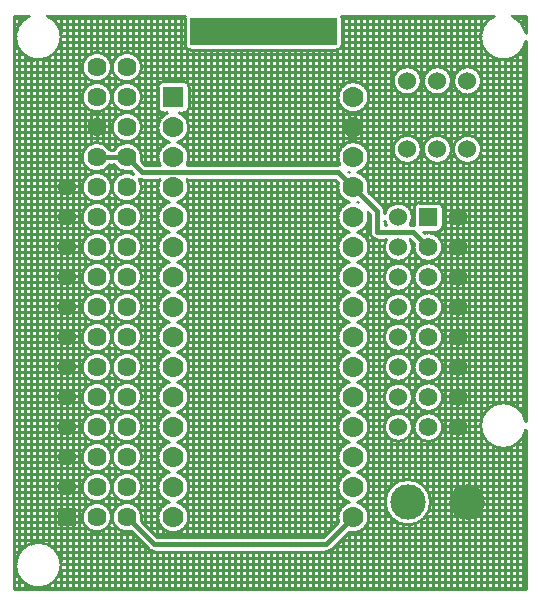
<source format=gbl>
G04 Layer: BottomLayer*
G04 EasyEDA v6.3.22, 2020-01-09T12:31:20+05:30*
G04 bd4f618bde3a4eb5865f35d396bc4457,11778fa6cc0c40cc9ad434e143376f4a,10*
G04 Gerber Generator version 0.2*
G04 Scale: 100 percent, Rotated: No, Reflected: No *
G04 Dimensions in inches *
G04 leading zeros omitted , absolute positions ,2 integer and 4 decimal *
%FSLAX24Y24*%
%MOIN*%
G90*
G70D02*

%ADD10C,0.010000*%
%ADD12C,0.015000*%
%ADD13C,0.060000*%
%ADD14R,0.062992X0.062992*%
%ADD15C,0.118110*%
%ADD16R,0.070000X0.070000*%
%ADD17C,0.070000*%
%ADD18C,0.062000*%
%ADD19R,0.062000X0.062000*%
%ADD20C,0.063937*%

%LPD*%
G54D10*
G01X17198Y19248D02*
G01X17198Y18693D01*
G01X16754Y19248D02*
G01X17198Y19248D01*
G01X17170Y18799D02*
G01X17198Y18799D01*
G01X17065Y18999D02*
G01X17198Y18999D01*
G01X16849Y19199D02*
G01X17198Y19199D01*
G01X17100Y18947D02*
G01X17100Y19248D01*
G01X16900Y19164D02*
G01X16900Y19248D01*
G01X11299Y14049D02*
G01X11297Y14051D01*
G01X11300Y14049D02*
G01X11300Y14050D01*
G01X11600Y13050D02*
G01X11602Y13048D01*
G01X12552Y12296D02*
G01X12496Y12296D01*
G01X12496Y12296D02*
G01X12496Y12420D01*
G01X12496Y12399D02*
G01X12503Y12399D01*
G01X12500Y12296D02*
G01X12500Y12409D01*
G01X151Y151D02*
G01X151Y19248D01*
G01X151Y19248D02*
G01X645Y19248D01*
G01X1254Y19248D02*
G01X5835Y19248D01*
G01X5828Y19200D02*
G01X5828Y18300D01*
G01X6000Y18128D02*
G01X10900Y18128D01*
G01X11071Y18300D02*
G01X11071Y19200D01*
G01X11064Y19248D02*
G01X16145Y19248D01*
G01X17198Y18406D02*
G01X17198Y5743D01*
G01X17198Y5456D02*
G01X17198Y151D01*
G01X17198Y151D02*
G01X151Y151D01*
G01X10724Y1475D02*
G01X11299Y2050D01*
G01X11948Y12702D02*
G01X12003Y12647D01*
G01X12003Y12647D02*
G01X12003Y12050D01*
G01X12250Y11803D02*
G01X12552Y11803D01*
G01X13347Y11803D02*
G01X13347Y11803D01*
G01X13347Y11803D02*
G01X13483Y11668D01*
G01X13831Y12016D02*
G01X13780Y12068D01*
G01X13780Y12068D02*
G01X14260Y12068D01*
G01X14431Y12240D02*
G01X14431Y12859D01*
G01X14260Y13031D02*
G01X13639Y13031D01*
G01X13468Y12859D02*
G01X13468Y12295D01*
G01X13450Y12296D02*
G01X13347Y12296D01*
G01X12496Y12679D02*
G01X12496Y12750D01*
G01X12424Y12924D02*
G01X11949Y13399D01*
G01X10950Y14296D02*
G01X5905Y14296D01*
G01X5657Y16028D02*
G01X5800Y16028D01*
G01X5971Y16200D02*
G01X5971Y16900D01*
G01X5800Y17071D02*
G01X5100Y17071D01*
G01X4928Y16900D02*
G01X4928Y16200D01*
G01X5100Y16028D02*
G01X5242Y16028D01*
G01X4994Y14296D02*
G01X4502Y14296D01*
G01X4502Y14296D02*
G01X4374Y14423D01*
G01X3475Y14796D02*
G01X3324Y14796D01*
G01X3324Y14303D02*
G01X3475Y14303D01*
G01X4026Y14075D02*
G01X4105Y13996D01*
G01X4400Y13803D02*
G01X4994Y13803D01*
G01X5905Y13803D02*
G01X10847Y13803D01*
G01X10847Y13803D02*
G01X10950Y13700D01*
G01X10950Y2399D02*
G01X10447Y1896D01*
G01X10447Y1896D02*
G01X4902Y1896D01*
G01X4902Y1896D02*
G01X4374Y2423D01*
G01X4026Y2075D02*
G01X4625Y1475D01*
G01X4800Y1403D02*
G01X10550Y1403D01*
G01X151Y199D02*
G01X819Y199D01*
G01X1080Y199D02*
G01X17198Y199D01*
G01X151Y399D02*
G01X423Y399D01*
G01X1476Y399D02*
G01X17198Y399D01*
G01X151Y599D02*
G01X273Y599D01*
G01X1626Y599D02*
G01X17198Y599D01*
G01X151Y799D02*
G01X203Y799D01*
G01X1696Y799D02*
G01X17198Y799D01*
G01X151Y999D02*
G01X189Y999D01*
G01X1710Y999D02*
G01X17198Y999D01*
G01X151Y1199D02*
G01X229Y1199D01*
G01X1670Y1199D02*
G01X17198Y1199D01*
G01X151Y1399D02*
G01X334Y1399D01*
G01X1565Y1399D02*
G01X17198Y1399D01*
G01X151Y1599D02*
G01X550Y1599D01*
G01X1349Y1599D02*
G01X4502Y1599D01*
G01X10847Y1599D02*
G01X17198Y1599D01*
G01X151Y1799D02*
G01X4302Y1799D01*
G01X11047Y1799D02*
G01X17198Y1799D01*
G01X151Y1999D02*
G01X4102Y1999D01*
G01X4799Y1999D02*
G01X10550Y1999D01*
G01X11247Y1999D02*
G01X17198Y1999D01*
G01X151Y2199D02*
G01X2556Y2199D01*
G01X3243Y2199D02*
G01X3556Y2199D01*
G01X4599Y2199D02*
G01X5064Y2199D01*
G01X5835Y2199D02*
G01X10750Y2199D01*
G01X11835Y2199D02*
G01X17198Y2199D01*
G01X151Y2399D02*
G01X2432Y2399D01*
G01X3367Y2399D02*
G01X3432Y2399D01*
G01X4399Y2399D02*
G01X4950Y2399D01*
G01X5949Y2399D02*
G01X10950Y2399D01*
G01X11949Y2399D02*
G01X12869Y2399D01*
G01X13662Y2399D02*
G01X17198Y2399D01*
G01X151Y2599D02*
G01X2411Y2599D01*
G01X3388Y2599D02*
G01X3411Y2599D01*
G01X4388Y2599D02*
G01X4930Y2599D01*
G01X5969Y2599D02*
G01X10930Y2599D01*
G01X11969Y2599D02*
G01X12651Y2599D01*
G01X13880Y2599D02*
G01X17198Y2599D01*
G01X151Y2799D02*
G01X2476Y2799D01*
G01X3323Y2799D02*
G01X3476Y2799D01*
G01X4323Y2799D02*
G01X4991Y2799D01*
G01X5908Y2799D02*
G01X10991Y2799D01*
G01X11908Y2799D02*
G01X12546Y2799D01*
G01X13985Y2799D02*
G01X17198Y2799D01*
G01X151Y2999D02*
G01X2701Y2999D01*
G01X3098Y2999D02*
G01X3701Y2999D01*
G01X4098Y2999D02*
G01X5185Y2999D01*
G01X5714Y2999D02*
G01X11185Y2999D01*
G01X11714Y2999D02*
G01X12505Y2999D01*
G01X14026Y2999D02*
G01X17198Y2999D01*
G01X151Y3199D02*
G01X2556Y3199D01*
G01X3243Y3199D02*
G01X3556Y3199D01*
G01X4243Y3199D02*
G01X5064Y3199D01*
G01X5835Y3199D02*
G01X11064Y3199D01*
G01X11835Y3199D02*
G01X12518Y3199D01*
G01X14013Y3199D02*
G01X17198Y3199D01*
G01X151Y3399D02*
G01X2432Y3399D01*
G01X3367Y3399D02*
G01X3432Y3399D01*
G01X4367Y3399D02*
G01X4950Y3399D01*
G01X5949Y3399D02*
G01X10950Y3399D01*
G01X11949Y3399D02*
G01X12588Y3399D01*
G01X13943Y3399D02*
G01X17198Y3399D01*
G01X151Y3599D02*
G01X2411Y3599D01*
G01X3388Y3599D02*
G01X3411Y3599D01*
G01X4388Y3599D02*
G01X4930Y3599D01*
G01X5969Y3599D02*
G01X10930Y3599D01*
G01X11969Y3599D02*
G01X12737Y3599D01*
G01X13794Y3599D02*
G01X17198Y3599D01*
G01X151Y3799D02*
G01X2476Y3799D01*
G01X3323Y3799D02*
G01X3476Y3799D01*
G01X4323Y3799D02*
G01X4991Y3799D01*
G01X5908Y3799D02*
G01X10991Y3799D01*
G01X11908Y3799D02*
G01X13126Y3799D01*
G01X13405Y3799D02*
G01X17198Y3799D01*
G01X151Y3999D02*
G01X2701Y3999D01*
G01X3098Y3999D02*
G01X3701Y3999D01*
G01X4098Y3999D02*
G01X5185Y3999D01*
G01X5714Y3999D02*
G01X11185Y3999D01*
G01X11714Y3999D02*
G01X17198Y3999D01*
G01X151Y4199D02*
G01X2556Y4199D01*
G01X3243Y4199D02*
G01X3556Y4199D01*
G01X4243Y4199D02*
G01X5064Y4199D01*
G01X5835Y4199D02*
G01X11064Y4199D01*
G01X11835Y4199D02*
G01X17198Y4199D01*
G01X151Y4399D02*
G01X2432Y4399D01*
G01X3367Y4399D02*
G01X3432Y4399D01*
G01X4367Y4399D02*
G01X4950Y4399D01*
G01X5949Y4399D02*
G01X10950Y4399D01*
G01X11949Y4399D02*
G01X17198Y4399D01*
G01X151Y4599D02*
G01X2411Y4599D01*
G01X3388Y4599D02*
G01X3411Y4599D01*
G01X4388Y4599D02*
G01X4930Y4599D01*
G01X5969Y4599D02*
G01X10930Y4599D01*
G01X11969Y4599D02*
G01X17198Y4599D01*
G01X151Y4799D02*
G01X2476Y4799D01*
G01X3323Y4799D02*
G01X3476Y4799D01*
G01X4323Y4799D02*
G01X4991Y4799D01*
G01X5908Y4799D02*
G01X10991Y4799D01*
G01X11908Y4799D02*
G01X17198Y4799D01*
G01X151Y4999D02*
G01X2701Y4999D01*
G01X3098Y4999D02*
G01X3701Y4999D01*
G01X4098Y4999D02*
G01X5185Y4999D01*
G01X5714Y4999D02*
G01X11185Y4999D01*
G01X11714Y4999D02*
G01X15981Y4999D01*
G01X16918Y4999D02*
G01X17198Y4999D01*
G01X151Y5199D02*
G01X2556Y5199D01*
G01X3243Y5199D02*
G01X3556Y5199D01*
G01X4243Y5199D02*
G01X5064Y5199D01*
G01X5835Y5199D02*
G01X11064Y5199D01*
G01X11835Y5199D02*
G01X12634Y5199D01*
G01X13265Y5199D02*
G01X13620Y5199D01*
G01X14279Y5199D02*
G01X15801Y5199D01*
G01X17098Y5199D02*
G01X17198Y5199D01*
G01X151Y5399D02*
G01X2432Y5399D01*
G01X3367Y5399D02*
G01X3432Y5399D01*
G01X4367Y5399D02*
G01X4950Y5399D01*
G01X5949Y5399D02*
G01X10950Y5399D01*
G01X11949Y5399D02*
G01X12503Y5399D01*
G01X13396Y5399D02*
G01X13492Y5399D01*
G01X14407Y5399D02*
G01X15714Y5399D01*
G01X17185Y5399D02*
G01X17198Y5399D01*
G01X151Y5599D02*
G01X2411Y5599D01*
G01X3388Y5599D02*
G01X3411Y5599D01*
G01X4388Y5599D02*
G01X4930Y5599D01*
G01X5969Y5599D02*
G01X10930Y5599D01*
G01X11969Y5599D02*
G01X12481Y5599D01*
G01X13418Y5599D02*
G01X13471Y5599D01*
G01X14428Y5599D02*
G01X15687Y5599D01*
G01X151Y5799D02*
G01X2476Y5799D01*
G01X3323Y5799D02*
G01X3476Y5799D01*
G01X4323Y5799D02*
G01X4991Y5799D01*
G01X5908Y5799D02*
G01X10991Y5799D01*
G01X11908Y5799D02*
G01X12549Y5799D01*
G01X13350Y5799D02*
G01X13537Y5799D01*
G01X14362Y5799D02*
G01X15714Y5799D01*
G01X17185Y5799D02*
G01X17198Y5799D01*
G01X151Y5999D02*
G01X2701Y5999D01*
G01X3098Y5999D02*
G01X3701Y5999D01*
G01X4098Y5999D02*
G01X5185Y5999D01*
G01X5714Y5999D02*
G01X11185Y5999D01*
G01X11714Y5999D02*
G01X12806Y5999D01*
G01X13093Y5999D02*
G01X13776Y5999D01*
G01X14123Y5999D02*
G01X15800Y5999D01*
G01X17099Y5999D02*
G01X17198Y5999D01*
G01X151Y6199D02*
G01X2556Y6199D01*
G01X3243Y6199D02*
G01X3556Y6199D01*
G01X4243Y6199D02*
G01X5064Y6199D01*
G01X5835Y6199D02*
G01X11064Y6199D01*
G01X11835Y6199D02*
G01X12634Y6199D01*
G01X13265Y6199D02*
G01X13620Y6199D01*
G01X14279Y6199D02*
G01X15979Y6199D01*
G01X16920Y6199D02*
G01X17198Y6199D01*
G01X151Y6399D02*
G01X2432Y6399D01*
G01X3367Y6399D02*
G01X3432Y6399D01*
G01X4367Y6399D02*
G01X4950Y6399D01*
G01X5949Y6399D02*
G01X10950Y6399D01*
G01X11949Y6399D02*
G01X12503Y6399D01*
G01X13396Y6399D02*
G01X13492Y6399D01*
G01X14407Y6399D02*
G01X17198Y6399D01*
G01X151Y6599D02*
G01X2411Y6599D01*
G01X3388Y6599D02*
G01X3411Y6599D01*
G01X4388Y6599D02*
G01X4930Y6599D01*
G01X5969Y6599D02*
G01X10930Y6599D01*
G01X11969Y6599D02*
G01X12481Y6599D01*
G01X13418Y6599D02*
G01X13471Y6599D01*
G01X14428Y6599D02*
G01X17198Y6599D01*
G01X151Y6799D02*
G01X2476Y6799D01*
G01X3323Y6799D02*
G01X3476Y6799D01*
G01X4323Y6799D02*
G01X4991Y6799D01*
G01X5908Y6799D02*
G01X10991Y6799D01*
G01X11908Y6799D02*
G01X12549Y6799D01*
G01X13350Y6799D02*
G01X13537Y6799D01*
G01X14362Y6799D02*
G01X17198Y6799D01*
G01X151Y6999D02*
G01X2701Y6999D01*
G01X3098Y6999D02*
G01X3701Y6999D01*
G01X4098Y6999D02*
G01X5185Y6999D01*
G01X5714Y6999D02*
G01X11185Y6999D01*
G01X11714Y6999D02*
G01X12806Y6999D01*
G01X13093Y6999D02*
G01X13776Y6999D01*
G01X14123Y6999D02*
G01X17198Y6999D01*
G01X151Y7199D02*
G01X2556Y7199D01*
G01X3243Y7199D02*
G01X3556Y7199D01*
G01X4243Y7199D02*
G01X5064Y7199D01*
G01X5835Y7199D02*
G01X11064Y7199D01*
G01X11835Y7199D02*
G01X12634Y7199D01*
G01X13265Y7199D02*
G01X13620Y7199D01*
G01X14279Y7199D02*
G01X17198Y7199D01*
G01X151Y7399D02*
G01X2432Y7399D01*
G01X3367Y7399D02*
G01X3432Y7399D01*
G01X4367Y7399D02*
G01X4950Y7399D01*
G01X5949Y7399D02*
G01X10950Y7399D01*
G01X11949Y7399D02*
G01X12503Y7399D01*
G01X13396Y7399D02*
G01X13492Y7399D01*
G01X14407Y7399D02*
G01X17198Y7399D01*
G01X151Y7599D02*
G01X2411Y7599D01*
G01X3388Y7599D02*
G01X3411Y7599D01*
G01X4388Y7599D02*
G01X4930Y7599D01*
G01X5969Y7599D02*
G01X10930Y7599D01*
G01X11969Y7599D02*
G01X12481Y7599D01*
G01X13418Y7599D02*
G01X13471Y7599D01*
G01X14428Y7599D02*
G01X17198Y7599D01*
G01X151Y7799D02*
G01X2476Y7799D01*
G01X3323Y7799D02*
G01X3476Y7799D01*
G01X4323Y7799D02*
G01X4991Y7799D01*
G01X5908Y7799D02*
G01X10991Y7799D01*
G01X11908Y7799D02*
G01X12549Y7799D01*
G01X13350Y7799D02*
G01X13537Y7799D01*
G01X14362Y7799D02*
G01X17198Y7799D01*
G01X151Y7999D02*
G01X2701Y7999D01*
G01X3098Y7999D02*
G01X3701Y7999D01*
G01X4098Y7999D02*
G01X5185Y7999D01*
G01X5714Y7999D02*
G01X11185Y7999D01*
G01X11714Y7999D02*
G01X12806Y7999D01*
G01X13093Y7999D02*
G01X13776Y7999D01*
G01X14123Y7999D02*
G01X17198Y7999D01*
G01X151Y8199D02*
G01X2556Y8199D01*
G01X3243Y8199D02*
G01X3556Y8199D01*
G01X4243Y8199D02*
G01X5064Y8199D01*
G01X5835Y8199D02*
G01X11064Y8199D01*
G01X11835Y8199D02*
G01X12634Y8199D01*
G01X13265Y8199D02*
G01X13620Y8199D01*
G01X14279Y8199D02*
G01X17198Y8199D01*
G01X151Y8399D02*
G01X2432Y8399D01*
G01X3367Y8399D02*
G01X3432Y8399D01*
G01X4367Y8399D02*
G01X4950Y8399D01*
G01X5949Y8399D02*
G01X10950Y8399D01*
G01X11949Y8399D02*
G01X12503Y8399D01*
G01X13396Y8399D02*
G01X13492Y8399D01*
G01X14407Y8399D02*
G01X17198Y8399D01*
G01X151Y8599D02*
G01X2411Y8599D01*
G01X3388Y8599D02*
G01X3411Y8599D01*
G01X4388Y8599D02*
G01X4930Y8599D01*
G01X5969Y8599D02*
G01X10930Y8599D01*
G01X11969Y8599D02*
G01X12481Y8599D01*
G01X13418Y8599D02*
G01X13471Y8599D01*
G01X14428Y8599D02*
G01X17198Y8599D01*
G01X151Y8799D02*
G01X2476Y8799D01*
G01X3323Y8799D02*
G01X3476Y8799D01*
G01X4323Y8799D02*
G01X4991Y8799D01*
G01X5908Y8799D02*
G01X10991Y8799D01*
G01X11908Y8799D02*
G01X12549Y8799D01*
G01X13350Y8799D02*
G01X13537Y8799D01*
G01X14362Y8799D02*
G01X17198Y8799D01*
G01X151Y8999D02*
G01X2701Y8999D01*
G01X3098Y8999D02*
G01X3701Y8999D01*
G01X4098Y8999D02*
G01X5185Y8999D01*
G01X5714Y8999D02*
G01X11185Y8999D01*
G01X11714Y8999D02*
G01X12806Y8999D01*
G01X13093Y8999D02*
G01X13776Y8999D01*
G01X14123Y8999D02*
G01X17198Y8999D01*
G01X151Y9199D02*
G01X2556Y9199D01*
G01X3243Y9199D02*
G01X3556Y9199D01*
G01X4243Y9199D02*
G01X5064Y9199D01*
G01X5835Y9199D02*
G01X11064Y9199D01*
G01X11835Y9199D02*
G01X12634Y9199D01*
G01X13265Y9199D02*
G01X13620Y9199D01*
G01X14279Y9199D02*
G01X17198Y9199D01*
G01X151Y9399D02*
G01X2432Y9399D01*
G01X3367Y9399D02*
G01X3432Y9399D01*
G01X4367Y9399D02*
G01X4950Y9399D01*
G01X5949Y9399D02*
G01X10950Y9399D01*
G01X11949Y9399D02*
G01X12503Y9399D01*
G01X13396Y9399D02*
G01X13492Y9399D01*
G01X14407Y9399D02*
G01X17198Y9399D01*
G01X151Y9599D02*
G01X2411Y9599D01*
G01X3388Y9599D02*
G01X3411Y9599D01*
G01X4388Y9599D02*
G01X4930Y9599D01*
G01X5969Y9599D02*
G01X10930Y9599D01*
G01X11969Y9599D02*
G01X12481Y9599D01*
G01X13418Y9599D02*
G01X13471Y9599D01*
G01X14428Y9599D02*
G01X17198Y9599D01*
G01X151Y9799D02*
G01X2476Y9799D01*
G01X3323Y9799D02*
G01X3476Y9799D01*
G01X4323Y9799D02*
G01X4991Y9799D01*
G01X5908Y9799D02*
G01X10991Y9799D01*
G01X11908Y9799D02*
G01X12549Y9799D01*
G01X13350Y9799D02*
G01X13537Y9799D01*
G01X14362Y9799D02*
G01X17198Y9799D01*
G01X151Y9999D02*
G01X2701Y9999D01*
G01X3098Y9999D02*
G01X3701Y9999D01*
G01X4098Y9999D02*
G01X5185Y9999D01*
G01X5714Y9999D02*
G01X11185Y9999D01*
G01X11714Y9999D02*
G01X12806Y9999D01*
G01X13093Y9999D02*
G01X13776Y9999D01*
G01X14123Y9999D02*
G01X17198Y9999D01*
G01X151Y10199D02*
G01X2556Y10199D01*
G01X3243Y10199D02*
G01X3556Y10199D01*
G01X4243Y10199D02*
G01X5064Y10199D01*
G01X5835Y10199D02*
G01X11064Y10199D01*
G01X11835Y10199D02*
G01X12634Y10199D01*
G01X13265Y10199D02*
G01X13620Y10199D01*
G01X14279Y10199D02*
G01X17198Y10199D01*
G01X151Y10399D02*
G01X2432Y10399D01*
G01X3367Y10399D02*
G01X3432Y10399D01*
G01X4367Y10399D02*
G01X4950Y10399D01*
G01X5949Y10399D02*
G01X10950Y10399D01*
G01X11949Y10399D02*
G01X12503Y10399D01*
G01X13396Y10399D02*
G01X13492Y10399D01*
G01X14407Y10399D02*
G01X17198Y10399D01*
G01X151Y10599D02*
G01X2411Y10599D01*
G01X3388Y10599D02*
G01X3411Y10599D01*
G01X4388Y10599D02*
G01X4930Y10599D01*
G01X5969Y10599D02*
G01X10930Y10599D01*
G01X11969Y10599D02*
G01X12481Y10599D01*
G01X13418Y10599D02*
G01X13471Y10599D01*
G01X14428Y10599D02*
G01X17198Y10599D01*
G01X151Y10799D02*
G01X2476Y10799D01*
G01X3323Y10799D02*
G01X3476Y10799D01*
G01X4323Y10799D02*
G01X4991Y10799D01*
G01X5908Y10799D02*
G01X10991Y10799D01*
G01X11908Y10799D02*
G01X12549Y10799D01*
G01X13350Y10799D02*
G01X13537Y10799D01*
G01X14362Y10799D02*
G01X17198Y10799D01*
G01X151Y10999D02*
G01X2701Y10999D01*
G01X3098Y10999D02*
G01X3701Y10999D01*
G01X4098Y10999D02*
G01X5185Y10999D01*
G01X5714Y10999D02*
G01X11185Y10999D01*
G01X11714Y10999D02*
G01X12806Y10999D01*
G01X13093Y10999D02*
G01X13776Y10999D01*
G01X14123Y10999D02*
G01X17198Y10999D01*
G01X151Y11199D02*
G01X2556Y11199D01*
G01X3243Y11199D02*
G01X3556Y11199D01*
G01X4243Y11199D02*
G01X5064Y11199D01*
G01X5835Y11199D02*
G01X11064Y11199D01*
G01X11835Y11199D02*
G01X12634Y11199D01*
G01X13265Y11199D02*
G01X13620Y11199D01*
G01X14279Y11199D02*
G01X17198Y11199D01*
G01X151Y11399D02*
G01X2432Y11399D01*
G01X3367Y11399D02*
G01X3432Y11399D01*
G01X4367Y11399D02*
G01X4950Y11399D01*
G01X5949Y11399D02*
G01X10950Y11399D01*
G01X11949Y11399D02*
G01X12503Y11399D01*
G01X13396Y11399D02*
G01X13492Y11399D01*
G01X14407Y11399D02*
G01X17198Y11399D01*
G01X151Y11599D02*
G01X2411Y11599D01*
G01X3388Y11599D02*
G01X3411Y11599D01*
G01X4388Y11599D02*
G01X4930Y11599D01*
G01X5969Y11599D02*
G01X10930Y11599D01*
G01X11969Y11599D02*
G01X12481Y11599D01*
G01X13418Y11599D02*
G01X13471Y11599D01*
G01X14428Y11599D02*
G01X17198Y11599D01*
G01X151Y11799D02*
G01X2476Y11799D01*
G01X3323Y11799D02*
G01X3476Y11799D01*
G01X4323Y11799D02*
G01X4991Y11799D01*
G01X5908Y11799D02*
G01X10991Y11799D01*
G01X11908Y11799D02*
G01X12549Y11799D01*
G01X13350Y11799D02*
G01X13352Y11799D01*
G01X14362Y11799D02*
G01X17198Y11799D01*
G01X151Y11999D02*
G01X2701Y11999D01*
G01X3098Y11999D02*
G01X3701Y11999D01*
G01X4098Y11999D02*
G01X5185Y11999D01*
G01X5714Y11999D02*
G01X11185Y11999D01*
G01X11714Y11999D02*
G01X12008Y11999D01*
G01X14123Y11999D02*
G01X17198Y11999D01*
G01X151Y12199D02*
G01X2556Y12199D01*
G01X3243Y12199D02*
G01X3556Y12199D01*
G01X4243Y12199D02*
G01X5064Y12199D01*
G01X5835Y12199D02*
G01X11064Y12199D01*
G01X11835Y12199D02*
G01X12003Y12199D01*
G01X14426Y12199D02*
G01X17198Y12199D01*
G01X151Y12399D02*
G01X2432Y12399D01*
G01X3367Y12399D02*
G01X3432Y12399D01*
G01X4367Y12399D02*
G01X4950Y12399D01*
G01X5949Y12399D02*
G01X10950Y12399D01*
G01X11949Y12399D02*
G01X12003Y12399D01*
G01X13396Y12399D02*
G01X13468Y12399D01*
G01X14431Y12399D02*
G01X17198Y12399D01*
G01X151Y12599D02*
G01X2411Y12599D01*
G01X3388Y12599D02*
G01X3411Y12599D01*
G01X4388Y12599D02*
G01X4930Y12599D01*
G01X5969Y12599D02*
G01X10930Y12599D01*
G01X11969Y12599D02*
G01X12003Y12599D01*
G01X13418Y12599D02*
G01X13468Y12599D01*
G01X14431Y12599D02*
G01X17198Y12599D01*
G01X151Y12799D02*
G01X2476Y12799D01*
G01X3323Y12799D02*
G01X3476Y12799D01*
G01X4323Y12799D02*
G01X4991Y12799D01*
G01X5908Y12799D02*
G01X10991Y12799D01*
G01X12491Y12799D02*
G01X12549Y12799D01*
G01X13350Y12799D02*
G01X13468Y12799D01*
G01X14431Y12799D02*
G01X17198Y12799D01*
G01X151Y12999D02*
G01X2701Y12999D01*
G01X3098Y12999D02*
G01X3701Y12999D01*
G01X4098Y12999D02*
G01X5185Y12999D01*
G01X5714Y12999D02*
G01X11185Y12999D01*
G01X12349Y12999D02*
G01X12806Y12999D01*
G01X13093Y12999D02*
G01X13539Y12999D01*
G01X14360Y12999D02*
G01X17198Y12999D01*
G01X151Y13199D02*
G01X2556Y13199D01*
G01X3243Y13199D02*
G01X3556Y13199D01*
G01X4243Y13199D02*
G01X5064Y13199D01*
G01X5835Y13199D02*
G01X11064Y13199D01*
G01X12149Y13199D02*
G01X17198Y13199D01*
G01X151Y13399D02*
G01X2432Y13399D01*
G01X3367Y13399D02*
G01X3432Y13399D01*
G01X4367Y13399D02*
G01X4950Y13399D01*
G01X5949Y13399D02*
G01X10950Y13399D01*
G01X11949Y13399D02*
G01X17198Y13399D01*
G01X151Y13599D02*
G01X2411Y13599D01*
G01X3388Y13599D02*
G01X3411Y13599D01*
G01X4388Y13599D02*
G01X4930Y13599D01*
G01X5969Y13599D02*
G01X10930Y13599D01*
G01X11969Y13599D02*
G01X17198Y13599D01*
G01X151Y13799D02*
G01X2476Y13799D01*
G01X3323Y13799D02*
G01X3476Y13799D01*
G01X4323Y13799D02*
G01X4991Y13799D01*
G01X5908Y13799D02*
G01X10852Y13799D01*
G01X11908Y13799D02*
G01X17198Y13799D01*
G01X151Y13999D02*
G01X2701Y13999D01*
G01X3098Y13999D02*
G01X3701Y13999D01*
G01X4098Y13999D02*
G01X4102Y13999D01*
G01X11714Y13999D02*
G01X17198Y13999D01*
G01X151Y14199D02*
G01X2556Y14199D01*
G01X3243Y14199D02*
G01X3556Y14199D01*
G01X11835Y14199D02*
G01X17198Y14199D01*
G01X151Y14399D02*
G01X2432Y14399D01*
G01X4399Y14399D02*
G01X4950Y14399D01*
G01X5949Y14399D02*
G01X10950Y14399D01*
G01X11949Y14399D02*
G01X13011Y14399D01*
G01X13480Y14399D02*
G01X14015Y14399D01*
G01X14484Y14399D02*
G01X15019Y14399D01*
G01X15488Y14399D02*
G01X17198Y14399D01*
G01X151Y14599D02*
G01X2411Y14599D01*
G01X4388Y14599D02*
G01X4930Y14599D01*
G01X5969Y14599D02*
G01X10930Y14599D01*
G01X11969Y14599D02*
G01X12823Y14599D01*
G01X13668Y14599D02*
G01X13827Y14599D01*
G01X14672Y14599D02*
G01X14831Y14599D01*
G01X15676Y14599D02*
G01X17198Y14599D01*
G01X151Y14799D02*
G01X2476Y14799D01*
G01X3323Y14799D02*
G01X3476Y14799D01*
G01X4323Y14799D02*
G01X4991Y14799D01*
G01X5908Y14799D02*
G01X10991Y14799D01*
G01X11908Y14799D02*
G01X12774Y14799D01*
G01X13717Y14799D02*
G01X13778Y14799D01*
G01X14721Y14799D02*
G01X14782Y14799D01*
G01X15725Y14799D02*
G01X17198Y14799D01*
G01X151Y14999D02*
G01X2701Y14999D01*
G01X3098Y14999D02*
G01X3701Y14999D01*
G01X4098Y14999D02*
G01X5185Y14999D01*
G01X5714Y14999D02*
G01X11185Y14999D01*
G01X11714Y14999D02*
G01X12814Y14999D01*
G01X13677Y14999D02*
G01X13818Y14999D01*
G01X14681Y14999D02*
G01X14822Y14999D01*
G01X15685Y14999D02*
G01X17198Y14999D01*
G01X151Y15199D02*
G01X3556Y15199D01*
G01X4243Y15199D02*
G01X5064Y15199D01*
G01X5835Y15199D02*
G01X12982Y15199D01*
G01X13509Y15199D02*
G01X13986Y15199D01*
G01X14513Y15199D02*
G01X14990Y15199D01*
G01X15517Y15199D02*
G01X17198Y15199D01*
G01X151Y15399D02*
G01X3432Y15399D01*
G01X4367Y15399D02*
G01X4950Y15399D01*
G01X5949Y15399D02*
G01X17198Y15399D01*
G01X151Y15599D02*
G01X3411Y15599D01*
G01X4388Y15599D02*
G01X4930Y15599D01*
G01X5969Y15599D02*
G01X17198Y15599D01*
G01X151Y15799D02*
G01X3476Y15799D01*
G01X4323Y15799D02*
G01X4991Y15799D01*
G01X5908Y15799D02*
G01X17198Y15799D01*
G01X151Y15999D02*
G01X3701Y15999D01*
G01X4098Y15999D02*
G01X5185Y15999D01*
G01X5714Y15999D02*
G01X17198Y15999D01*
G01X151Y16199D02*
G01X2556Y16199D01*
G01X3243Y16199D02*
G01X3556Y16199D01*
G01X4243Y16199D02*
G01X4928Y16199D01*
G01X5971Y16199D02*
G01X11064Y16199D01*
G01X11835Y16199D02*
G01X17198Y16199D01*
G01X151Y16399D02*
G01X2432Y16399D01*
G01X3367Y16399D02*
G01X3432Y16399D01*
G01X4367Y16399D02*
G01X4928Y16399D01*
G01X5971Y16399D02*
G01X10950Y16399D01*
G01X11949Y16399D02*
G01X17198Y16399D01*
G01X151Y16599D02*
G01X2411Y16599D01*
G01X3388Y16599D02*
G01X3411Y16599D01*
G01X4388Y16599D02*
G01X4928Y16599D01*
G01X5971Y16599D02*
G01X10930Y16599D01*
G01X11969Y16599D02*
G01X17198Y16599D01*
G01X151Y16799D02*
G01X2476Y16799D01*
G01X3323Y16799D02*
G01X3476Y16799D01*
G01X4323Y16799D02*
G01X4928Y16799D01*
G01X5971Y16799D02*
G01X10991Y16799D01*
G01X11908Y16799D02*
G01X12876Y16799D01*
G01X13616Y16799D02*
G01X13880Y16799D01*
G01X14619Y16799D02*
G01X14884Y16799D01*
G01X15623Y16799D02*
G01X17198Y16799D01*
G01X151Y16999D02*
G01X2701Y16999D01*
G01X3098Y16999D02*
G01X3701Y16999D01*
G01X4098Y16999D02*
G01X4960Y16999D01*
G01X5939Y16999D02*
G01X11185Y16999D01*
G01X11714Y16999D02*
G01X12783Y16999D01*
G01X13708Y16999D02*
G01X13787Y16999D01*
G01X14712Y16999D02*
G01X14791Y16999D01*
G01X15716Y16999D02*
G01X17198Y16999D01*
G01X151Y17199D02*
G01X2556Y17199D01*
G01X3243Y17199D02*
G01X3556Y17199D01*
G01X4243Y17199D02*
G01X12787Y17199D01*
G01X13705Y17199D02*
G01X13790Y17199D01*
G01X14709Y17199D02*
G01X14794Y17199D01*
G01X15712Y17199D02*
G01X17198Y17199D01*
G01X151Y17399D02*
G01X2432Y17399D01*
G01X3367Y17399D02*
G01X3432Y17399D01*
G01X4367Y17399D02*
G01X12888Y17399D01*
G01X13603Y17399D02*
G01X13892Y17399D01*
G01X14607Y17399D02*
G01X14896Y17399D01*
G01X15611Y17399D02*
G01X17198Y17399D01*
G01X151Y17599D02*
G01X2411Y17599D01*
G01X3388Y17599D02*
G01X3411Y17599D01*
G01X4388Y17599D02*
G01X17198Y17599D01*
G01X151Y17799D02*
G01X819Y17799D01*
G01X1080Y17799D02*
G01X2476Y17799D01*
G01X3323Y17799D02*
G01X3476Y17799D01*
G01X4323Y17799D02*
G01X16319Y17799D01*
G01X16580Y17799D02*
G01X17198Y17799D01*
G01X151Y17999D02*
G01X423Y17999D01*
G01X1476Y17999D02*
G01X2701Y17999D01*
G01X3098Y17999D02*
G01X3701Y17999D01*
G01X4098Y17999D02*
G01X15923Y17999D01*
G01X16976Y17999D02*
G01X17198Y17999D01*
G01X151Y18199D02*
G01X273Y18199D01*
G01X1626Y18199D02*
G01X5861Y18199D01*
G01X11038Y18199D02*
G01X15773Y18199D01*
G01X17126Y18199D02*
G01X17198Y18199D01*
G01X151Y18399D02*
G01X203Y18399D01*
G01X1696Y18399D02*
G01X5828Y18399D01*
G01X11071Y18399D02*
G01X15703Y18399D01*
G01X17196Y18399D02*
G01X17198Y18399D01*
G01X151Y18599D02*
G01X189Y18599D01*
G01X1710Y18599D02*
G01X5828Y18599D01*
G01X11071Y18599D02*
G01X15689Y18599D01*
G01X151Y18799D02*
G01X229Y18799D01*
G01X1670Y18799D02*
G01X5828Y18799D01*
G01X11071Y18799D02*
G01X15729Y18799D01*
G01X151Y18999D02*
G01X334Y18999D01*
G01X1565Y18999D02*
G01X5828Y18999D01*
G01X11071Y18999D02*
G01X15834Y18999D01*
G01X151Y19199D02*
G01X550Y19199D01*
G01X1349Y19199D02*
G01X5828Y19199D01*
G01X11071Y19199D02*
G01X16050Y19199D01*
G01X17100Y151D02*
G01X17100Y5202D01*
G01X17100Y5997D02*
G01X17100Y18152D01*
G01X16900Y151D02*
G01X16900Y4985D01*
G01X16900Y6214D02*
G01X16900Y17935D01*
G01X16700Y151D02*
G01X16700Y4880D01*
G01X16700Y6319D02*
G01X16700Y17830D01*
G01X16500Y151D02*
G01X16500Y4839D01*
G01X16500Y6360D02*
G01X16500Y17789D01*
G01X16300Y151D02*
G01X16300Y4852D01*
G01X16300Y6347D02*
G01X16300Y17802D01*
G01X16100Y151D02*
G01X16100Y4923D01*
G01X16100Y6276D02*
G01X16100Y17873D01*
G01X16100Y19226D02*
G01X16100Y19248D01*
G01X15900Y151D02*
G01X15900Y5072D01*
G01X15900Y6127D02*
G01X15900Y18022D01*
G01X15900Y19077D02*
G01X15900Y19248D01*
G01X15700Y151D02*
G01X15700Y5465D01*
G01X15700Y5734D02*
G01X15700Y14655D01*
G01X15700Y14961D02*
G01X15700Y16939D01*
G01X15700Y17244D02*
G01X15700Y18415D01*
G01X15700Y18684D02*
G01X15700Y19248D01*
G01X15500Y151D02*
G01X15500Y14406D01*
G01X15500Y15210D02*
G01X15500Y16689D01*
G01X15500Y17493D02*
G01X15500Y19248D01*
G01X15300Y151D02*
G01X15300Y14339D01*
G01X15300Y15277D02*
G01X15300Y16622D01*
G01X15300Y17560D02*
G01X15300Y19248D01*
G01X15100Y151D02*
G01X15100Y14362D01*
G01X15100Y15253D02*
G01X15100Y16646D01*
G01X15100Y17537D02*
G01X15100Y19248D01*
G01X14900Y151D02*
G01X14900Y14496D01*
G01X14900Y15119D02*
G01X14900Y16780D01*
G01X14900Y17403D02*
G01X14900Y19248D01*
G01X14700Y151D02*
G01X14700Y14667D01*
G01X14700Y14949D02*
G01X14700Y16950D01*
G01X14700Y17232D02*
G01X14700Y19248D01*
G01X14500Y151D02*
G01X14500Y14408D01*
G01X14500Y15208D02*
G01X14500Y16691D01*
G01X14500Y17491D02*
G01X14500Y19248D01*
G01X14300Y151D02*
G01X14300Y5219D01*
G01X14300Y5880D02*
G01X14300Y6219D01*
G01X14300Y6880D02*
G01X14300Y7219D01*
G01X14300Y7880D02*
G01X14300Y8219D01*
G01X14300Y8880D02*
G01X14300Y9219D01*
G01X14300Y9880D02*
G01X14300Y10219D01*
G01X14300Y10880D02*
G01X14300Y11219D01*
G01X14300Y11880D02*
G01X14300Y12073D01*
G01X14300Y13026D02*
G01X14300Y14339D01*
G01X14300Y15277D02*
G01X14300Y16622D01*
G01X14300Y17560D02*
G01X14300Y19248D01*
G01X14100Y151D02*
G01X14100Y5092D01*
G01X14100Y6007D02*
G01X14100Y6092D01*
G01X14100Y7007D02*
G01X14100Y7092D01*
G01X14100Y8007D02*
G01X14100Y8092D01*
G01X14100Y9007D02*
G01X14100Y9092D01*
G01X14100Y10007D02*
G01X14100Y10092D01*
G01X14100Y11007D02*
G01X14100Y11092D01*
G01X14100Y12007D02*
G01X14100Y12068D01*
G01X14100Y13031D02*
G01X14100Y14361D01*
G01X14100Y15255D02*
G01X14100Y16644D01*
G01X14100Y17538D02*
G01X14100Y19248D01*
G01X13900Y151D02*
G01X13900Y2627D01*
G01X13900Y3472D02*
G01X13900Y5071D01*
G01X13900Y6028D02*
G01X13900Y6071D01*
G01X13900Y7028D02*
G01X13900Y7071D01*
G01X13900Y8028D02*
G01X13900Y8071D01*
G01X13900Y9028D02*
G01X13900Y9071D01*
G01X13900Y10028D02*
G01X13900Y10071D01*
G01X13900Y11028D02*
G01X13900Y11071D01*
G01X13900Y12028D02*
G01X13900Y12068D01*
G01X13900Y13031D02*
G01X13900Y14492D01*
G01X13900Y15124D02*
G01X13900Y16775D01*
G01X13900Y17407D02*
G01X13900Y19248D01*
G01X13700Y151D02*
G01X13700Y2423D01*
G01X13700Y3676D02*
G01X13700Y5138D01*
G01X13700Y5961D02*
G01X13700Y6138D01*
G01X13700Y6961D02*
G01X13700Y7138D01*
G01X13700Y7961D02*
G01X13700Y8138D01*
G01X13700Y8961D02*
G01X13700Y9138D01*
G01X13700Y9961D02*
G01X13700Y10138D01*
G01X13700Y10961D02*
G01X13700Y11138D01*
G01X13700Y13031D02*
G01X13700Y14681D01*
G01X13700Y14935D02*
G01X13700Y16963D01*
G01X13700Y17220D02*
G01X13700Y19248D01*
G01X13500Y151D02*
G01X13500Y2324D01*
G01X13500Y3775D02*
G01X13500Y5378D01*
G01X13500Y5721D02*
G01X13500Y6378D01*
G01X13500Y6721D02*
G01X13500Y7378D01*
G01X13500Y7721D02*
G01X13500Y8378D01*
G01X13500Y8721D02*
G01X13500Y9378D01*
G01X13500Y9721D02*
G01X13500Y10378D01*
G01X13500Y10721D02*
G01X13500Y11378D01*
G01X13500Y12959D02*
G01X13500Y14411D01*
G01X13500Y15205D02*
G01X13500Y16694D01*
G01X13500Y17489D02*
G01X13500Y19248D01*
G01X13300Y151D02*
G01X13300Y2288D01*
G01X13300Y3811D02*
G01X13300Y5234D01*
G01X13300Y5865D02*
G01X13300Y6234D01*
G01X13300Y6865D02*
G01X13300Y7234D01*
G01X13300Y7865D02*
G01X13300Y8234D01*
G01X13300Y8865D02*
G01X13300Y9234D01*
G01X13300Y9865D02*
G01X13300Y10234D01*
G01X13300Y10865D02*
G01X13300Y11234D01*
G01X13300Y12865D02*
G01X13300Y14339D01*
G01X13300Y15276D02*
G01X13300Y16623D01*
G01X13300Y17560D02*
G01X13300Y19248D01*
G01X13100Y151D02*
G01X13100Y2306D01*
G01X13100Y3793D02*
G01X13100Y5102D01*
G01X13100Y5997D02*
G01X13100Y6102D01*
G01X13100Y6997D02*
G01X13100Y7102D01*
G01X13100Y7997D02*
G01X13100Y8102D01*
G01X13100Y8997D02*
G01X13100Y9102D01*
G01X13100Y9997D02*
G01X13100Y10102D01*
G01X13100Y10997D02*
G01X13100Y11102D01*
G01X13100Y12997D02*
G01X13100Y14359D01*
G01X13100Y15256D02*
G01X13100Y16643D01*
G01X13100Y17539D02*
G01X13100Y19248D01*
G01X12900Y151D02*
G01X12900Y2381D01*
G01X12900Y3718D02*
G01X12900Y5081D01*
G01X12900Y6018D02*
G01X12900Y6081D01*
G01X12900Y7018D02*
G01X12900Y7081D01*
G01X12900Y8018D02*
G01X12900Y8081D01*
G01X12900Y9018D02*
G01X12900Y9081D01*
G01X12900Y10018D02*
G01X12900Y10081D01*
G01X12900Y11018D02*
G01X12900Y11081D01*
G01X12900Y13018D02*
G01X12900Y14487D01*
G01X12900Y15128D02*
G01X12900Y16771D01*
G01X12900Y17411D02*
G01X12900Y19248D01*
G01X12700Y151D02*
G01X12700Y2539D01*
G01X12700Y3560D02*
G01X12700Y5150D01*
G01X12700Y5949D02*
G01X12700Y6150D01*
G01X12700Y6949D02*
G01X12700Y7150D01*
G01X12700Y7949D02*
G01X12700Y8150D01*
G01X12700Y8949D02*
G01X12700Y9150D01*
G01X12700Y9949D02*
G01X12700Y10150D01*
G01X12700Y10949D02*
G01X12700Y11150D01*
G01X12700Y12949D02*
G01X12700Y19248D01*
G01X12500Y151D02*
G01X12500Y5409D01*
G01X12500Y5690D02*
G01X12500Y6409D01*
G01X12500Y6690D02*
G01X12500Y7409D01*
G01X12500Y7690D02*
G01X12500Y8409D01*
G01X12500Y8690D02*
G01X12500Y9409D01*
G01X12500Y9690D02*
G01X12500Y10409D01*
G01X12500Y10690D02*
G01X12500Y11409D01*
G01X12500Y11690D02*
G01X12500Y11803D01*
G01X12500Y12690D02*
G01X12500Y19248D01*
G01X12300Y151D02*
G01X12300Y11803D01*
G01X12300Y13048D02*
G01X12300Y19248D01*
G01X12100Y151D02*
G01X12100Y11854D01*
G01X12100Y13248D02*
G01X12100Y19248D01*
G01X11900Y151D02*
G01X11900Y2286D01*
G01X11900Y2813D02*
G01X11900Y3286D01*
G01X11900Y3813D02*
G01X11900Y4286D01*
G01X11900Y4813D02*
G01X11900Y5286D01*
G01X11900Y5813D02*
G01X11900Y6286D01*
G01X11900Y6813D02*
G01X11900Y7286D01*
G01X11900Y7813D02*
G01X11900Y8286D01*
G01X11900Y8813D02*
G01X11900Y9286D01*
G01X11900Y9813D02*
G01X11900Y10286D01*
G01X11900Y10813D02*
G01X11900Y11286D01*
G01X11900Y11813D02*
G01X11900Y12286D01*
G01X11900Y13813D02*
G01X11900Y14286D01*
G01X11900Y14813D02*
G01X11900Y16286D01*
G01X11900Y16813D02*
G01X11900Y19248D01*
G01X11700Y151D02*
G01X11700Y2092D01*
G01X11700Y3007D02*
G01X11700Y3092D01*
G01X11700Y4007D02*
G01X11700Y4092D01*
G01X11700Y5007D02*
G01X11700Y5092D01*
G01X11700Y6007D02*
G01X11700Y6092D01*
G01X11700Y7007D02*
G01X11700Y7092D01*
G01X11700Y8007D02*
G01X11700Y8092D01*
G01X11700Y9007D02*
G01X11700Y9092D01*
G01X11700Y10007D02*
G01X11700Y10092D01*
G01X11700Y11007D02*
G01X11700Y11092D01*
G01X11700Y12007D02*
G01X11700Y12092D01*
G01X11700Y14007D02*
G01X11700Y14092D01*
G01X11700Y15007D02*
G01X11700Y16092D01*
G01X11700Y17007D02*
G01X11700Y19248D01*
G01X11500Y151D02*
G01X11500Y2030D01*
G01X11500Y15069D02*
G01X11500Y16030D01*
G01X11500Y17069D02*
G01X11500Y19248D01*
G01X11300Y151D02*
G01X11300Y2050D01*
G01X11300Y3049D02*
G01X11300Y3050D01*
G01X11300Y4049D02*
G01X11300Y4050D01*
G01X11300Y5049D02*
G01X11300Y5050D01*
G01X11300Y6049D02*
G01X11300Y6050D01*
G01X11300Y7049D02*
G01X11300Y7050D01*
G01X11300Y8049D02*
G01X11300Y8050D01*
G01X11300Y9049D02*
G01X11300Y9050D01*
G01X11300Y10049D02*
G01X11300Y10050D01*
G01X11300Y11049D02*
G01X11300Y11050D01*
G01X11300Y12049D02*
G01X11300Y12050D01*
G01X11300Y13049D02*
G01X11300Y13050D01*
G01X11300Y15049D02*
G01X11300Y16050D01*
G01X11300Y17049D02*
G01X11300Y19248D01*
G01X11100Y151D02*
G01X11100Y1851D01*
G01X11100Y2936D02*
G01X11100Y3163D01*
G01X11100Y3936D02*
G01X11100Y4163D01*
G01X11100Y4936D02*
G01X11100Y5163D01*
G01X11100Y5936D02*
G01X11100Y6163D01*
G01X11100Y6936D02*
G01X11100Y7163D01*
G01X11100Y7936D02*
G01X11100Y8163D01*
G01X11100Y8936D02*
G01X11100Y9163D01*
G01X11100Y9936D02*
G01X11100Y10163D01*
G01X11100Y10936D02*
G01X11100Y11163D01*
G01X11100Y11936D02*
G01X11100Y12163D01*
G01X11100Y12936D02*
G01X11100Y13163D01*
G01X11100Y14936D02*
G01X11100Y16163D01*
G01X11100Y16936D02*
G01X11100Y19248D01*
G01X10900Y151D02*
G01X10900Y1651D01*
G01X10900Y2348D02*
G01X10900Y13751D01*
G01X10900Y14296D02*
G01X10900Y18128D01*
G01X10700Y151D02*
G01X10700Y1454D01*
G01X10700Y2148D02*
G01X10700Y13803D01*
G01X10700Y14296D02*
G01X10700Y18128D01*
G01X10500Y151D02*
G01X10500Y1403D01*
G01X10500Y1948D02*
G01X10500Y13803D01*
G01X10500Y14296D02*
G01X10500Y18128D01*
G01X10300Y151D02*
G01X10300Y1403D01*
G01X10300Y1896D02*
G01X10300Y13803D01*
G01X10300Y14296D02*
G01X10300Y18128D01*
G01X10100Y151D02*
G01X10100Y1403D01*
G01X10100Y1896D02*
G01X10100Y13803D01*
G01X10100Y14296D02*
G01X10100Y18128D01*
G01X9900Y151D02*
G01X9900Y1403D01*
G01X9900Y1896D02*
G01X9900Y13803D01*
G01X9900Y14296D02*
G01X9900Y18128D01*
G01X9700Y151D02*
G01X9700Y1403D01*
G01X9700Y1896D02*
G01X9700Y13803D01*
G01X9700Y14296D02*
G01X9700Y18128D01*
G01X9500Y151D02*
G01X9500Y1403D01*
G01X9500Y1896D02*
G01X9500Y13803D01*
G01X9500Y14296D02*
G01X9500Y18128D01*
G01X9300Y151D02*
G01X9300Y1403D01*
G01X9300Y1896D02*
G01X9300Y13803D01*
G01X9300Y14296D02*
G01X9300Y18128D01*
G01X9100Y151D02*
G01X9100Y1403D01*
G01X9100Y1896D02*
G01X9100Y13803D01*
G01X9100Y14296D02*
G01X9100Y18128D01*
G01X8900Y151D02*
G01X8900Y1403D01*
G01X8900Y1896D02*
G01X8900Y13803D01*
G01X8900Y14296D02*
G01X8900Y18128D01*
G01X8700Y151D02*
G01X8700Y1403D01*
G01X8700Y1896D02*
G01X8700Y13803D01*
G01X8700Y14296D02*
G01X8700Y18128D01*
G01X8500Y151D02*
G01X8500Y1403D01*
G01X8500Y1896D02*
G01X8500Y13803D01*
G01X8500Y14296D02*
G01X8500Y18128D01*
G01X8300Y151D02*
G01X8300Y1403D01*
G01X8300Y1896D02*
G01X8300Y13803D01*
G01X8300Y14296D02*
G01X8300Y18128D01*
G01X8100Y151D02*
G01X8100Y1403D01*
G01X8100Y1896D02*
G01X8100Y13803D01*
G01X8100Y14296D02*
G01X8100Y18128D01*
G01X7900Y151D02*
G01X7900Y1403D01*
G01X7900Y1896D02*
G01X7900Y13803D01*
G01X7900Y14296D02*
G01X7900Y18128D01*
G01X7700Y151D02*
G01X7700Y1403D01*
G01X7700Y1896D02*
G01X7700Y13803D01*
G01X7700Y14296D02*
G01X7700Y18128D01*
G01X7500Y151D02*
G01X7500Y1403D01*
G01X7500Y1896D02*
G01X7500Y13803D01*
G01X7500Y14296D02*
G01X7500Y18128D01*
G01X7300Y151D02*
G01X7300Y1403D01*
G01X7300Y1896D02*
G01X7300Y13803D01*
G01X7300Y14296D02*
G01X7300Y18128D01*
G01X7100Y151D02*
G01X7100Y1403D01*
G01X7100Y1896D02*
G01X7100Y13803D01*
G01X7100Y14296D02*
G01X7100Y18128D01*
G01X6900Y151D02*
G01X6900Y1403D01*
G01X6900Y1896D02*
G01X6900Y13803D01*
G01X6900Y14296D02*
G01X6900Y18128D01*
G01X6700Y151D02*
G01X6700Y1403D01*
G01X6700Y1896D02*
G01X6700Y13803D01*
G01X6700Y14296D02*
G01X6700Y18128D01*
G01X6500Y151D02*
G01X6500Y1403D01*
G01X6500Y1896D02*
G01X6500Y13803D01*
G01X6500Y14296D02*
G01X6500Y18128D01*
G01X6300Y151D02*
G01X6300Y1403D01*
G01X6300Y1896D02*
G01X6300Y13803D01*
G01X6300Y14296D02*
G01X6300Y18128D01*
G01X6100Y151D02*
G01X6100Y1403D01*
G01X6100Y1896D02*
G01X6100Y13803D01*
G01X6100Y14296D02*
G01X6100Y18128D01*
G01X5900Y151D02*
G01X5900Y1403D01*
G01X5900Y1896D02*
G01X5900Y2286D01*
G01X5900Y2813D02*
G01X5900Y3286D01*
G01X5900Y3813D02*
G01X5900Y4286D01*
G01X5900Y4813D02*
G01X5900Y5286D01*
G01X5900Y5813D02*
G01X5900Y6286D01*
G01X5900Y6813D02*
G01X5900Y7286D01*
G01X5900Y7813D02*
G01X5900Y8286D01*
G01X5900Y8813D02*
G01X5900Y9286D01*
G01X5900Y9813D02*
G01X5900Y10286D01*
G01X5900Y10813D02*
G01X5900Y11286D01*
G01X5900Y11813D02*
G01X5900Y12286D01*
G01X5900Y12813D02*
G01X5900Y13286D01*
G01X5900Y14813D02*
G01X5900Y15286D01*
G01X5900Y15813D02*
G01X5900Y16060D01*
G01X5900Y17039D02*
G01X5900Y18160D01*
G01X5700Y151D02*
G01X5700Y1403D01*
G01X5700Y1896D02*
G01X5700Y2092D01*
G01X5700Y3007D02*
G01X5700Y3092D01*
G01X5700Y4007D02*
G01X5700Y4092D01*
G01X5700Y5007D02*
G01X5700Y5092D01*
G01X5700Y6007D02*
G01X5700Y6092D01*
G01X5700Y7007D02*
G01X5700Y7092D01*
G01X5700Y8007D02*
G01X5700Y8092D01*
G01X5700Y9007D02*
G01X5700Y9092D01*
G01X5700Y10007D02*
G01X5700Y10092D01*
G01X5700Y11007D02*
G01X5700Y11092D01*
G01X5700Y12007D02*
G01X5700Y12092D01*
G01X5700Y13007D02*
G01X5700Y13092D01*
G01X5700Y15007D02*
G01X5700Y15092D01*
G01X5700Y16007D02*
G01X5700Y16028D01*
G01X5700Y17071D02*
G01X5700Y19248D01*
G01X5500Y151D02*
G01X5500Y1403D01*
G01X5500Y1896D02*
G01X5500Y2030D01*
G01X5500Y17071D02*
G01X5500Y19248D01*
G01X5300Y151D02*
G01X5300Y1403D01*
G01X5300Y1896D02*
G01X5300Y2050D01*
G01X5300Y3049D02*
G01X5300Y3050D01*
G01X5300Y4049D02*
G01X5300Y4050D01*
G01X5300Y5049D02*
G01X5300Y5050D01*
G01X5300Y6049D02*
G01X5300Y6050D01*
G01X5300Y7049D02*
G01X5300Y7050D01*
G01X5300Y8049D02*
G01X5300Y8050D01*
G01X5300Y9049D02*
G01X5300Y9050D01*
G01X5300Y10049D02*
G01X5300Y10050D01*
G01X5300Y11049D02*
G01X5300Y11050D01*
G01X5300Y12049D02*
G01X5300Y12050D01*
G01X5300Y13049D02*
G01X5300Y13050D01*
G01X5300Y15049D02*
G01X5300Y15050D01*
G01X5300Y17071D02*
G01X5300Y19248D01*
G01X5100Y151D02*
G01X5100Y1403D01*
G01X5100Y1896D02*
G01X5100Y2163D01*
G01X5100Y2936D02*
G01X5100Y3163D01*
G01X5100Y3936D02*
G01X5100Y4163D01*
G01X5100Y4936D02*
G01X5100Y5163D01*
G01X5100Y5936D02*
G01X5100Y6163D01*
G01X5100Y6936D02*
G01X5100Y7163D01*
G01X5100Y7936D02*
G01X5100Y8163D01*
G01X5100Y8936D02*
G01X5100Y9163D01*
G01X5100Y9936D02*
G01X5100Y10163D01*
G01X5100Y10936D02*
G01X5100Y11163D01*
G01X5100Y11936D02*
G01X5100Y12163D01*
G01X5100Y12936D02*
G01X5100Y13163D01*
G01X5100Y14936D02*
G01X5100Y15163D01*
G01X5100Y15936D02*
G01X5100Y16028D01*
G01X5100Y17071D02*
G01X5100Y19248D01*
G01X4900Y151D02*
G01X4900Y1403D01*
G01X4900Y1898D02*
G01X4900Y13803D01*
G01X4900Y14296D02*
G01X4900Y19248D01*
G01X4700Y151D02*
G01X4700Y1424D01*
G01X4700Y2098D02*
G01X4700Y13803D01*
G01X4700Y14296D02*
G01X4700Y19248D01*
G01X4500Y151D02*
G01X4500Y1601D01*
G01X4500Y2298D02*
G01X4500Y13803D01*
G01X4500Y14298D02*
G01X4500Y19248D01*
G01X4300Y151D02*
G01X4300Y1801D01*
G01X4300Y2835D02*
G01X4300Y3264D01*
G01X4300Y3835D02*
G01X4300Y4264D01*
G01X4300Y4835D02*
G01X4300Y5264D01*
G01X4300Y5835D02*
G01X4300Y6264D01*
G01X4300Y6835D02*
G01X4300Y7264D01*
G01X4300Y7835D02*
G01X4300Y8264D01*
G01X4300Y8835D02*
G01X4300Y9264D01*
G01X4300Y9835D02*
G01X4300Y10264D01*
G01X4300Y10835D02*
G01X4300Y11264D01*
G01X4300Y11835D02*
G01X4300Y12264D01*
G01X4300Y12835D02*
G01X4300Y13264D01*
G01X4300Y14835D02*
G01X4300Y15264D01*
G01X4300Y15835D02*
G01X4300Y16264D01*
G01X4300Y16835D02*
G01X4300Y17264D01*
G01X4300Y17835D02*
G01X4300Y19248D01*
G01X4100Y151D02*
G01X4100Y2001D01*
G01X4100Y2998D02*
G01X4100Y3101D01*
G01X4100Y3998D02*
G01X4100Y4101D01*
G01X4100Y4998D02*
G01X4100Y5101D01*
G01X4100Y5998D02*
G01X4100Y6101D01*
G01X4100Y6998D02*
G01X4100Y7101D01*
G01X4100Y7998D02*
G01X4100Y8101D01*
G01X4100Y8998D02*
G01X4100Y9101D01*
G01X4100Y9998D02*
G01X4100Y10101D01*
G01X4100Y10998D02*
G01X4100Y11101D01*
G01X4100Y11998D02*
G01X4100Y12101D01*
G01X4100Y12998D02*
G01X4100Y13101D01*
G01X4100Y13998D02*
G01X4100Y14001D01*
G01X4100Y14998D02*
G01X4100Y15101D01*
G01X4100Y15998D02*
G01X4100Y16101D01*
G01X4100Y16998D02*
G01X4100Y17101D01*
G01X4100Y17998D02*
G01X4100Y19248D01*
G01X3900Y151D02*
G01X3900Y2058D01*
G01X3900Y3041D02*
G01X3900Y3058D01*
G01X3900Y4041D02*
G01X3900Y4058D01*
G01X3900Y5041D02*
G01X3900Y5058D01*
G01X3900Y6041D02*
G01X3900Y6058D01*
G01X3900Y7041D02*
G01X3900Y7058D01*
G01X3900Y8041D02*
G01X3900Y8058D01*
G01X3900Y9041D02*
G01X3900Y9058D01*
G01X3900Y10041D02*
G01X3900Y10058D01*
G01X3900Y11041D02*
G01X3900Y11058D01*
G01X3900Y12041D02*
G01X3900Y12058D01*
G01X3900Y13041D02*
G01X3900Y13058D01*
G01X3900Y14041D02*
G01X3900Y14058D01*
G01X3900Y15041D02*
G01X3900Y15058D01*
G01X3900Y16041D02*
G01X3900Y16058D01*
G01X3900Y17041D02*
G01X3900Y17058D01*
G01X3900Y18041D02*
G01X3900Y19248D01*
G01X3700Y151D02*
G01X3700Y2101D01*
G01X3700Y2998D02*
G01X3700Y3101D01*
G01X3700Y3998D02*
G01X3700Y4101D01*
G01X3700Y4998D02*
G01X3700Y5101D01*
G01X3700Y5998D02*
G01X3700Y6101D01*
G01X3700Y6998D02*
G01X3700Y7101D01*
G01X3700Y7998D02*
G01X3700Y8101D01*
G01X3700Y8998D02*
G01X3700Y9101D01*
G01X3700Y9998D02*
G01X3700Y10101D01*
G01X3700Y10998D02*
G01X3700Y11101D01*
G01X3700Y11998D02*
G01X3700Y12101D01*
G01X3700Y12998D02*
G01X3700Y13101D01*
G01X3700Y13998D02*
G01X3700Y14101D01*
G01X3700Y14998D02*
G01X3700Y15101D01*
G01X3700Y15998D02*
G01X3700Y16101D01*
G01X3700Y16998D02*
G01X3700Y17101D01*
G01X3700Y17998D02*
G01X3700Y19248D01*
G01X3500Y151D02*
G01X3500Y2264D01*
G01X3500Y2835D02*
G01X3500Y3264D01*
G01X3500Y3835D02*
G01X3500Y4264D01*
G01X3500Y4835D02*
G01X3500Y5264D01*
G01X3500Y5835D02*
G01X3500Y6264D01*
G01X3500Y6835D02*
G01X3500Y7264D01*
G01X3500Y7835D02*
G01X3500Y8264D01*
G01X3500Y8835D02*
G01X3500Y9264D01*
G01X3500Y9835D02*
G01X3500Y10264D01*
G01X3500Y10835D02*
G01X3500Y11264D01*
G01X3500Y11835D02*
G01X3500Y12264D01*
G01X3500Y12835D02*
G01X3500Y13264D01*
G01X3500Y13835D02*
G01X3500Y14264D01*
G01X3500Y14835D02*
G01X3500Y15264D01*
G01X3500Y15835D02*
G01X3500Y16264D01*
G01X3500Y16835D02*
G01X3500Y17264D01*
G01X3500Y17835D02*
G01X3500Y19248D01*
G01X3300Y151D02*
G01X3300Y2264D01*
G01X3300Y2835D02*
G01X3300Y3264D01*
G01X3300Y3835D02*
G01X3300Y4264D01*
G01X3300Y4835D02*
G01X3300Y5264D01*
G01X3300Y5835D02*
G01X3300Y6264D01*
G01X3300Y6835D02*
G01X3300Y7264D01*
G01X3300Y7835D02*
G01X3300Y8264D01*
G01X3300Y8835D02*
G01X3300Y9264D01*
G01X3300Y9835D02*
G01X3300Y10264D01*
G01X3300Y10835D02*
G01X3300Y11264D01*
G01X3300Y11835D02*
G01X3300Y12264D01*
G01X3300Y12835D02*
G01X3300Y13264D01*
G01X3300Y13835D02*
G01X3300Y14264D01*
G01X3300Y14835D02*
G01X3300Y16264D01*
G01X3300Y16835D02*
G01X3300Y17264D01*
G01X3300Y17835D02*
G01X3300Y19248D01*
G01X3100Y151D02*
G01X3100Y2101D01*
G01X3100Y2998D02*
G01X3100Y3101D01*
G01X3100Y3998D02*
G01X3100Y4101D01*
G01X3100Y4998D02*
G01X3100Y5101D01*
G01X3100Y5998D02*
G01X3100Y6101D01*
G01X3100Y6998D02*
G01X3100Y7101D01*
G01X3100Y7998D02*
G01X3100Y8101D01*
G01X3100Y8998D02*
G01X3100Y9101D01*
G01X3100Y9998D02*
G01X3100Y10101D01*
G01X3100Y10998D02*
G01X3100Y11101D01*
G01X3100Y11998D02*
G01X3100Y12101D01*
G01X3100Y12998D02*
G01X3100Y13101D01*
G01X3100Y13998D02*
G01X3100Y14101D01*
G01X3100Y14998D02*
G01X3100Y16101D01*
G01X3100Y16998D02*
G01X3100Y17101D01*
G01X3100Y17998D02*
G01X3100Y19248D01*
G01X2900Y151D02*
G01X2900Y2058D01*
G01X2900Y3041D02*
G01X2900Y3058D01*
G01X2900Y4041D02*
G01X2900Y4058D01*
G01X2900Y5041D02*
G01X2900Y5058D01*
G01X2900Y6041D02*
G01X2900Y6058D01*
G01X2900Y7041D02*
G01X2900Y7058D01*
G01X2900Y8041D02*
G01X2900Y8058D01*
G01X2900Y9041D02*
G01X2900Y9058D01*
G01X2900Y10041D02*
G01X2900Y10058D01*
G01X2900Y11041D02*
G01X2900Y11058D01*
G01X2900Y12041D02*
G01X2900Y12058D01*
G01X2900Y13041D02*
G01X2900Y13058D01*
G01X2900Y14041D02*
G01X2900Y14058D01*
G01X2900Y15041D02*
G01X2900Y16058D01*
G01X2900Y17041D02*
G01X2900Y17058D01*
G01X2900Y18041D02*
G01X2900Y19248D01*
G01X2700Y151D02*
G01X2700Y2101D01*
G01X2700Y2998D02*
G01X2700Y3101D01*
G01X2700Y3998D02*
G01X2700Y4101D01*
G01X2700Y4998D02*
G01X2700Y5101D01*
G01X2700Y5998D02*
G01X2700Y6101D01*
G01X2700Y6998D02*
G01X2700Y7101D01*
G01X2700Y7998D02*
G01X2700Y8101D01*
G01X2700Y8998D02*
G01X2700Y9101D01*
G01X2700Y9998D02*
G01X2700Y10101D01*
G01X2700Y10998D02*
G01X2700Y11101D01*
G01X2700Y11998D02*
G01X2700Y12101D01*
G01X2700Y12998D02*
G01X2700Y13101D01*
G01X2700Y13998D02*
G01X2700Y14101D01*
G01X2700Y14998D02*
G01X2700Y16101D01*
G01X2700Y16998D02*
G01X2700Y17101D01*
G01X2700Y17998D02*
G01X2700Y19248D01*
G01X2500Y151D02*
G01X2500Y2264D01*
G01X2500Y2835D02*
G01X2500Y3264D01*
G01X2500Y3835D02*
G01X2500Y4264D01*
G01X2500Y4835D02*
G01X2500Y5264D01*
G01X2500Y5835D02*
G01X2500Y6264D01*
G01X2500Y6835D02*
G01X2500Y7264D01*
G01X2500Y7835D02*
G01X2500Y8264D01*
G01X2500Y8835D02*
G01X2500Y9264D01*
G01X2500Y9835D02*
G01X2500Y10264D01*
G01X2500Y10835D02*
G01X2500Y11264D01*
G01X2500Y11835D02*
G01X2500Y12264D01*
G01X2500Y12835D02*
G01X2500Y13264D01*
G01X2500Y13835D02*
G01X2500Y14264D01*
G01X2500Y14835D02*
G01X2500Y16264D01*
G01X2500Y16835D02*
G01X2500Y17264D01*
G01X2500Y17835D02*
G01X2500Y19248D01*
G01X2300Y151D02*
G01X2300Y19248D01*
G01X2100Y151D02*
G01X2100Y19248D01*
G01X1900Y151D02*
G01X1900Y19248D01*
G01X1700Y151D02*
G01X1700Y815D01*
G01X1700Y1084D02*
G01X1700Y18415D01*
G01X1700Y18684D02*
G01X1700Y19248D01*
G01X1500Y151D02*
G01X1500Y422D01*
G01X1500Y1477D02*
G01X1500Y18022D01*
G01X1500Y19077D02*
G01X1500Y19248D01*
G01X1300Y151D02*
G01X1300Y273D01*
G01X1300Y1626D02*
G01X1300Y17873D01*
G01X1300Y19226D02*
G01X1300Y19248D01*
G01X1100Y151D02*
G01X1100Y202D01*
G01X1100Y1697D02*
G01X1100Y17802D01*
G01X900Y151D02*
G01X900Y189D01*
G01X900Y1710D02*
G01X900Y17789D01*
G01X700Y151D02*
G01X700Y230D01*
G01X700Y1669D02*
G01X700Y17830D01*
G01X500Y151D02*
G01X500Y335D01*
G01X500Y1564D02*
G01X500Y17935D01*
G01X500Y19164D02*
G01X500Y19248D01*
G01X300Y151D02*
G01X300Y552D01*
G01X300Y1347D02*
G01X300Y18152D01*
G01X300Y18947D02*
G01X300Y19248D01*
G54D12*
G01X11450Y2550D02*
G01X10550Y1650D01*
G01X4800Y1650D01*
G01X3900Y2550D01*
G01X2900Y14550D02*
G01X3900Y14550D01*
G01X3900Y14550D02*
G01X4400Y14050D01*
G01X10950Y14050D01*
G01X11450Y13550D01*
G01X11450Y13550D02*
G01X12250Y12750D01*
G01X12250Y12050D01*
G01X13450Y12050D01*
G01X13950Y11550D01*
G54D10*
G75*
G01X17198Y18693D02*
G03X16755Y19249I-748J-143D01*
G01*
G75*
G01X11297Y14051D02*
G03X11302Y14050I153J499D01*
G01*
G75*
G01X11302Y14050D02*
G03X11299Y14049I148J-500D01*
G01*
G75*
G01X11603Y13049D02*
G03X11598Y13050I-153J-499D01*
G01*
G75*
G01X11598Y13050D02*
G03X11601Y13051I-148J500D01*
G01*
G75*
G01X12497Y12421D02*
G03X12552Y12297I453J129D01*
G01*
G75*
G01X645Y19249D02*
G03X188Y18550I305J-699D01*
G01*
G75*
G01X188Y18550D02*
G03X950Y17788I762J0D01*
G01*
G75*
G01X950Y17788D02*
G03X1712Y18550I0J762D01*
G01*
G75*
G01X1712Y18550D02*
G03X1255Y19249I-762J0D01*
G01*
G75*
G01X5836Y19249D02*
G03X5828Y19200I164J-49D01*
G01*
G75*
G01X5828Y18300D02*
G03X6000Y18128I172J0D01*
G01*
G75*
G01X10900Y18128D02*
G03X11072Y18300I0J172D01*
G01*
G75*
G01X11072Y19200D02*
G03X11064Y19249I-172J0D01*
G01*
G75*
G01X16145Y19249D02*
G03X15688Y18550I305J-699D01*
G01*
G75*
G01X15688Y18550D02*
G03X16450Y17788I762J0D01*
G01*
G75*
G01X16450Y17788D02*
G03X17198Y18407I0J762D01*
G01*
G75*
G01X17198Y5743D02*
G03X16450Y6362I-748J-143D01*
G01*
G75*
G01X16450Y6362D02*
G03X15688Y5600I0J-762D01*
G01*
G75*
G01X15688Y5600D02*
G03X16450Y4838I762J0D01*
G01*
G75*
G01X16450Y4838D02*
G03X17198Y5457I0J762D01*
G01*
G75*
G01X10550Y1403D02*
G03X10724Y1476I0J247D01*
G01*
G75*
G01X11299Y2051D02*
G03X11450Y2028I151J499D01*
G01*
G75*
G01X11450Y2028D02*
G03X11972Y2550I0J522D01*
G01*
G75*
G01X11972Y2550D02*
G03X11598Y3050I-522J0D01*
G01*
G75*
G01X11598Y3050D02*
G03X11972Y3550I-148J500D01*
G01*
G75*
G01X11972Y3550D02*
G03X11598Y4050I-522J0D01*
G01*
G75*
G01X11598Y4050D02*
G03X11972Y4550I-148J500D01*
G01*
G75*
G01X11972Y4550D02*
G03X11598Y5050I-522J0D01*
G01*
G75*
G01X11598Y5050D02*
G03X11972Y5550I-148J500D01*
G01*
G75*
G01X11972Y5550D02*
G03X11598Y6050I-522J0D01*
G01*
G75*
G01X11598Y6050D02*
G03X11972Y6550I-148J500D01*
G01*
G75*
G01X11972Y6550D02*
G03X11598Y7050I-522J0D01*
G01*
G75*
G01X11598Y7050D02*
G03X11972Y7550I-148J500D01*
G01*
G75*
G01X11972Y7550D02*
G03X11598Y8050I-522J0D01*
G01*
G75*
G01X11598Y8050D02*
G03X11972Y8550I-148J500D01*
G01*
G75*
G01X11972Y8550D02*
G03X11598Y9050I-522J0D01*
G01*
G75*
G01X11598Y9050D02*
G03X11972Y9550I-148J500D01*
G01*
G75*
G01X11972Y9550D02*
G03X11598Y10050I-522J0D01*
G01*
G75*
G01X11598Y10050D02*
G03X11972Y10550I-148J500D01*
G01*
G75*
G01X11972Y10550D02*
G03X11598Y11050I-522J0D01*
G01*
G75*
G01X11598Y11050D02*
G03X11972Y11550I-148J500D01*
G01*
G75*
G01X11972Y11550D02*
G03X11598Y12050I-522J0D01*
G01*
G75*
G01X11598Y12050D02*
G03X11972Y12550I-148J500D01*
G01*
G75*
G01X11972Y12550D02*
G03X11949Y12703I-522J0D01*
G01*
G75*
G01X12003Y12050D02*
G03X12250Y11803I247J0D01*
G01*
G75*
G01X12552Y11803D02*
G03X12478Y11550I398J-253D01*
G01*
G75*
G01X12478Y11550D02*
G03X12950Y11078I472J0D01*
G01*
G75*
G01X12950Y11078D02*
G03X13422Y11550I0J472D01*
G01*
G75*
G01X13422Y11550D02*
G03X13348Y11803I-472J0D01*
G01*
G75*
G01X13483Y11668D02*
G03X13469Y11550I467J-118D01*
G01*
G75*
G01X13469Y11550D02*
G03X13950Y11068I481J0D01*
G01*
G75*
G01X13950Y11068D02*
G03X14431Y11550I0J482D01*
G01*
G75*
G01X14431Y11550D02*
G03X13950Y12032I-481J0D01*
G01*
G75*
G01X13950Y12032D02*
G03X13832Y12017I0J-482D01*
G01*
G75*
G01X14260Y12068D02*
G03X14431Y12240I0J172D01*
G01*
G75*
G01X14431Y12860D02*
G03X14260Y13032I-171J0D01*
G01*
G75*
G01X13640Y13032D02*
G03X13469Y12860I0J-172D01*
G01*
G75*
G01X13469Y12296D02*
G03X13450Y12297I-19J-246D01*
G01*
G75*
G01X13348Y12297D02*
G03X13422Y12550I-398J253D01*
G01*
G75*
G01X13422Y12550D02*
G03X12950Y13022I-472J0D01*
G01*
G75*
G01X12950Y13022D02*
G03X12497Y12679I0J-472D01*
G01*
G75*
G01X12497Y12750D02*
G03X12424Y12924I-247J0D01*
G01*
G75*
G01X11949Y13399D02*
G03X11972Y13550I-499J151D01*
G01*
G75*
G01X11972Y13550D02*
G03X11598Y14050I-522J0D01*
G01*
G75*
G01X11598Y14050D02*
G03X11972Y14550I-148J500D01*
G01*
G75*
G01X11972Y14550D02*
G03X11450Y15072I-522J0D01*
G01*
G75*
G01X11450Y15072D02*
G03X10928Y14550I0J-522D01*
G01*
G75*
G01X10928Y14550D02*
G03X10997Y14292I522J0D01*
G01*
G75*
G01X10997Y14292D02*
G03X10950Y14297I-47J-242D01*
G01*
G75*
G01X5906Y14297D02*
G03X5972Y14550I-456J253D01*
G01*
G75*
G01X5972Y14550D02*
G03X5598Y15050I-522J0D01*
G01*
G75*
G01X5598Y15050D02*
G03X5972Y15550I-148J500D01*
G01*
G75*
G01X5972Y15550D02*
G03X5657Y16028I-522J0D01*
G01*
G75*
G01X5800Y16028D02*
G03X5972Y16200I0J172D01*
G01*
G75*
G01X5972Y16900D02*
G03X5800Y17072I-172J0D01*
G01*
G75*
G01X5100Y17072D02*
G03X4928Y16900I0J-172D01*
G01*
G75*
G01X4928Y16200D02*
G03X5100Y16028I172J0D01*
G01*
G75*
G01X5243Y16028D02*
G03X4928Y15550I207J-478D01*
G01*
G75*
G01X4928Y15550D02*
G03X5302Y15050I522J0D01*
G01*
G75*
G01X5302Y15050D02*
G03X4928Y14550I148J-500D01*
G01*
G75*
G01X4928Y14550D02*
G03X4994Y14297I522J0D01*
G01*
G75*
G01X4375Y14424D02*
G03X4391Y14550I-475J126D01*
G01*
G75*
G01X4391Y14550D02*
G03X3900Y15041I-491J0D01*
G01*
G75*
G01X3900Y15041D02*
G03X3475Y14797I0J-491D01*
G01*
G75*
G01X3325Y14797D02*
G03X2900Y15041I-425J-247D01*
G01*
G75*
G01X2900Y15041D02*
G03X2409Y14550I0J-491D01*
G01*
G75*
G01X2409Y14550D02*
G03X2900Y14059I491J0D01*
G01*
G75*
G01X2900Y14059D02*
G03X3325Y14303I0J491D01*
G01*
G75*
G01X3475Y14303D02*
G03X3900Y14059I425J247D01*
G01*
G75*
G01X3900Y14059D02*
G03X4026Y14075I0J491D01*
G01*
G75*
G01X4105Y13996D02*
G03X3900Y14041I-205J-446D01*
G01*
G75*
G01X3900Y14041D02*
G03X3409Y13550I0J-491D01*
G01*
G75*
G01X3409Y13550D02*
G03X3900Y13059I491J0D01*
G01*
G75*
G01X3900Y13059D02*
G03X4391Y13550I0J491D01*
G01*
G75*
G01X4391Y13550D02*
G03X4310Y13821I-491J0D01*
G01*
G75*
G01X4310Y13821D02*
G03X4400Y13803I90J229D01*
G01*
G75*
G01X4994Y13803D02*
G03X4928Y13550I456J-253D01*
G01*
G75*
G01X4928Y13550D02*
G03X5302Y13050I522J0D01*
G01*
G75*
G01X5302Y13050D02*
G03X4928Y12550I148J-500D01*
G01*
G75*
G01X4928Y12550D02*
G03X5302Y12050I522J0D01*
G01*
G75*
G01X5302Y12050D02*
G03X4928Y11550I148J-500D01*
G01*
G75*
G01X4928Y11550D02*
G03X5302Y11050I522J0D01*
G01*
G75*
G01X5302Y11050D02*
G03X4928Y10550I148J-500D01*
G01*
G75*
G01X4928Y10550D02*
G03X5302Y10050I522J0D01*
G01*
G75*
G01X5302Y10050D02*
G03X4928Y9550I148J-500D01*
G01*
G75*
G01X4928Y9550D02*
G03X5302Y9050I522J0D01*
G01*
G75*
G01X5302Y9050D02*
G03X4928Y8550I148J-500D01*
G01*
G75*
G01X4928Y8550D02*
G03X5302Y8050I522J0D01*
G01*
G75*
G01X5302Y8050D02*
G03X4928Y7550I148J-500D01*
G01*
G75*
G01X4928Y7550D02*
G03X5302Y7050I522J0D01*
G01*
G75*
G01X5302Y7050D02*
G03X4928Y6550I148J-500D01*
G01*
G75*
G01X4928Y6550D02*
G03X5302Y6050I522J0D01*
G01*
G75*
G01X5302Y6050D02*
G03X4928Y5550I148J-500D01*
G01*
G75*
G01X4928Y5550D02*
G03X5302Y5050I522J0D01*
G01*
G75*
G01X5302Y5050D02*
G03X4928Y4550I148J-500D01*
G01*
G75*
G01X4928Y4550D02*
G03X5302Y4050I522J0D01*
G01*
G75*
G01X5302Y4050D02*
G03X4928Y3550I148J-500D01*
G01*
G75*
G01X4928Y3550D02*
G03X5302Y3050I522J0D01*
G01*
G75*
G01X5302Y3050D02*
G03X4928Y2550I148J-500D01*
G01*
G75*
G01X4928Y2550D02*
G03X5450Y2028I522J0D01*
G01*
G75*
G01X5450Y2028D02*
G03X5972Y2550I0J522D01*
G01*
G75*
G01X5972Y2550D02*
G03X5598Y3050I-522J0D01*
G01*
G75*
G01X5598Y3050D02*
G03X5972Y3550I-148J500D01*
G01*
G75*
G01X5972Y3550D02*
G03X5598Y4050I-522J0D01*
G01*
G75*
G01X5598Y4050D02*
G03X5972Y4550I-148J500D01*
G01*
G75*
G01X5972Y4550D02*
G03X5598Y5050I-522J0D01*
G01*
G75*
G01X5598Y5050D02*
G03X5972Y5550I-148J500D01*
G01*
G75*
G01X5972Y5550D02*
G03X5598Y6050I-522J0D01*
G01*
G75*
G01X5598Y6050D02*
G03X5972Y6550I-148J500D01*
G01*
G75*
G01X5972Y6550D02*
G03X5598Y7050I-522J0D01*
G01*
G75*
G01X5598Y7050D02*
G03X5972Y7550I-148J500D01*
G01*
G75*
G01X5972Y7550D02*
G03X5598Y8050I-522J0D01*
G01*
G75*
G01X5598Y8050D02*
G03X5972Y8550I-148J500D01*
G01*
G75*
G01X5972Y8550D02*
G03X5598Y9050I-522J0D01*
G01*
G75*
G01X5598Y9050D02*
G03X5972Y9550I-148J500D01*
G01*
G75*
G01X5972Y9550D02*
G03X5598Y10050I-522J0D01*
G01*
G75*
G01X5598Y10050D02*
G03X5972Y10550I-148J500D01*
G01*
G75*
G01X5972Y10550D02*
G03X5598Y11050I-522J0D01*
G01*
G75*
G01X5598Y11050D02*
G03X5972Y11550I-148J500D01*
G01*
G75*
G01X5972Y11550D02*
G03X5598Y12050I-522J0D01*
G01*
G75*
G01X5598Y12050D02*
G03X5972Y12550I-148J500D01*
G01*
G75*
G01X5972Y12550D02*
G03X5598Y13050I-522J0D01*
G01*
G75*
G01X5598Y13050D02*
G03X5972Y13550I-148J500D01*
G01*
G75*
G01X5972Y13550D02*
G03X5906Y13803I-522J0D01*
G01*
G75*
G01X10951Y13701D02*
G03X10928Y13550I499J-151D01*
G01*
G75*
G01X10928Y13550D02*
G03X11302Y13050I522J0D01*
G01*
G75*
G01X11302Y13050D02*
G03X10928Y12550I148J-500D01*
G01*
G75*
G01X10928Y12550D02*
G03X11302Y12050I522J0D01*
G01*
G75*
G01X11302Y12050D02*
G03X10928Y11550I148J-500D01*
G01*
G75*
G01X10928Y11550D02*
G03X11302Y11050I522J0D01*
G01*
G75*
G01X11302Y11050D02*
G03X10928Y10550I148J-500D01*
G01*
G75*
G01X10928Y10550D02*
G03X11302Y10050I522J0D01*
G01*
G75*
G01X11302Y10050D02*
G03X10928Y9550I148J-500D01*
G01*
G75*
G01X10928Y9550D02*
G03X11302Y9050I522J0D01*
G01*
G75*
G01X11302Y9050D02*
G03X10928Y8550I148J-500D01*
G01*
G75*
G01X10928Y8550D02*
G03X11302Y8050I522J0D01*
G01*
G75*
G01X11302Y8050D02*
G03X10928Y7550I148J-500D01*
G01*
G75*
G01X10928Y7550D02*
G03X11302Y7050I522J0D01*
G01*
G75*
G01X11302Y7050D02*
G03X10928Y6550I148J-500D01*
G01*
G75*
G01X10928Y6550D02*
G03X11302Y6050I522J0D01*
G01*
G75*
G01X11302Y6050D02*
G03X10928Y5550I148J-500D01*
G01*
G75*
G01X10928Y5550D02*
G03X11302Y5050I522J0D01*
G01*
G75*
G01X11302Y5050D02*
G03X10928Y4550I148J-500D01*
G01*
G75*
G01X10928Y4550D02*
G03X11302Y4050I522J0D01*
G01*
G75*
G01X11302Y4050D02*
G03X10928Y3550I148J-500D01*
G01*
G75*
G01X10928Y3550D02*
G03X11302Y3050I522J0D01*
G01*
G75*
G01X11302Y3050D02*
G03X10928Y2550I148J-500D01*
G01*
G75*
G01X10928Y2550D02*
G03X10951Y2399I522J0D01*
G01*
G75*
G01X4375Y2424D02*
G03X4391Y2550I-475J126D01*
G01*
G75*
G01X4391Y2550D02*
G03X3900Y3041I-491J0D01*
G01*
G75*
G01X3900Y3041D02*
G03X3409Y2550I0J-491D01*
G01*
G75*
G01X3409Y2550D02*
G03X3900Y2059I491J0D01*
G01*
G75*
G01X3900Y2059D02*
G03X4026Y2075I0J491D01*
G01*
G75*
G01X4626Y1476D02*
G03X4800Y1403I174J174D01*
G01*
G75*
G01X950Y188D02*
G03X1712Y950I0J762D01*
G01*
G75*
G01X1712Y950D02*
G03X950Y1712I-762J0D01*
G01*
G75*
G01X950Y1712D02*
G03X188Y950I0J-762D01*
G01*
G75*
G01X188Y950D02*
G03X950Y188I762J0D01*
G01*
G75*
G01X12504Y3050D02*
G03X13266Y2288I762J0D01*
G01*
G75*
G01X13266Y2288D02*
G03X14028Y3050I0J762D01*
G01*
G75*
G01X14028Y3050D02*
G03X13266Y3812I-762J0D01*
G01*
G75*
G01X13266Y3812D02*
G03X12504Y3050I0J-762D01*
G01*
G75*
G01X11450Y16028D02*
G03X11972Y16550I0J522D01*
G01*
G75*
G01X11972Y16550D02*
G03X11450Y17072I-522J0D01*
G01*
G75*
G01X11450Y17072D02*
G03X10928Y16550I0J-522D01*
G01*
G75*
G01X10928Y16550D02*
G03X11450Y16028I522J0D01*
G01*
G75*
G01X2409Y3550D02*
G03X2900Y3059I491J0D01*
G01*
G75*
G01X2900Y3059D02*
G03X3391Y3550I0J491D01*
G01*
G75*
G01X3391Y3550D02*
G03X2900Y4041I-491J0D01*
G01*
G75*
G01X2900Y4041D02*
G03X2409Y3550I0J-491D01*
G01*
G75*
G01X2409Y4550D02*
G03X2900Y4059I491J0D01*
G01*
G75*
G01X2900Y4059D02*
G03X3391Y4550I0J491D01*
G01*
G75*
G01X3391Y4550D02*
G03X2900Y5041I-491J0D01*
G01*
G75*
G01X2900Y5041D02*
G03X2409Y4550I0J-491D01*
G01*
G75*
G01X2900Y5059D02*
G03X3391Y5550I0J491D01*
G01*
G75*
G01X3391Y5550D02*
G03X2900Y6041I-491J0D01*
G01*
G75*
G01X2900Y6041D02*
G03X2409Y5550I0J-491D01*
G01*
G75*
G01X2409Y5550D02*
G03X2900Y5059I491J0D01*
G01*
G75*
G01X2900Y2059D02*
G03X3391Y2550I0J491D01*
G01*
G75*
G01X3391Y2550D02*
G03X2900Y3041I-491J0D01*
G01*
G75*
G01X2900Y3041D02*
G03X2409Y2550I0J-491D01*
G01*
G75*
G01X2409Y2550D02*
G03X2900Y2059I491J0D01*
G01*
G75*
G01X2900Y6059D02*
G03X3391Y6550I0J491D01*
G01*
G75*
G01X3391Y6550D02*
G03X2900Y7041I-491J0D01*
G01*
G75*
G01X2900Y7041D02*
G03X2409Y6550I0J-491D01*
G01*
G75*
G01X2409Y6550D02*
G03X2900Y6059I491J0D01*
G01*
G75*
G01X3409Y16550D02*
G03X3900Y16059I491J0D01*
G01*
G75*
G01X3900Y16059D02*
G03X4391Y16550I0J491D01*
G01*
G75*
G01X4391Y16550D02*
G03X3900Y17041I-491J0D01*
G01*
G75*
G01X3900Y17041D02*
G03X3409Y16550I0J-491D01*
G01*
G75*
G01X2900Y7059D02*
G03X3391Y7550I0J491D01*
G01*
G75*
G01X3391Y7550D02*
G03X2900Y8041I-491J0D01*
G01*
G75*
G01X2900Y8041D02*
G03X2409Y7550I0J-491D01*
G01*
G75*
G01X2409Y7550D02*
G03X2900Y7059I491J0D01*
G01*
G75*
G01X3409Y8550D02*
G03X3900Y8059I491J0D01*
G01*
G75*
G01X3900Y8059D02*
G03X4391Y8550I0J491D01*
G01*
G75*
G01X4391Y8550D02*
G03X3900Y9041I-491J0D01*
G01*
G75*
G01X3900Y9041D02*
G03X3409Y8550I0J-491D01*
G01*
G75*
G01X2409Y8550D02*
G03X2900Y8059I491J0D01*
G01*
G75*
G01X2900Y8059D02*
G03X3391Y8550I0J491D01*
G01*
G75*
G01X3391Y8550D02*
G03X2900Y9041I-491J0D01*
G01*
G75*
G01X2900Y9041D02*
G03X2409Y8550I0J-491D01*
G01*
G75*
G01X3409Y7550D02*
G03X3900Y7059I491J0D01*
G01*
G75*
G01X3900Y7059D02*
G03X4391Y7550I0J491D01*
G01*
G75*
G01X4391Y7550D02*
G03X3900Y8041I-491J0D01*
G01*
G75*
G01X3900Y8041D02*
G03X3409Y7550I0J-491D01*
G01*
G75*
G01X2409Y9550D02*
G03X2900Y9059I491J0D01*
G01*
G75*
G01X2900Y9059D02*
G03X3391Y9550I0J491D01*
G01*
G75*
G01X3391Y9550D02*
G03X2900Y10041I-491J0D01*
G01*
G75*
G01X2900Y10041D02*
G03X2409Y9550I0J-491D01*
G01*
G75*
G01X3900Y9059D02*
G03X4391Y9550I0J491D01*
G01*
G75*
G01X4391Y9550D02*
G03X3900Y10041I-491J0D01*
G01*
G75*
G01X3900Y10041D02*
G03X3409Y9550I0J-491D01*
G01*
G75*
G01X3409Y9550D02*
G03X3900Y9059I491J0D01*
G01*
G75*
G01X2409Y10550D02*
G03X2900Y10059I491J0D01*
G01*
G75*
G01X2900Y10059D02*
G03X3391Y10550I0J491D01*
G01*
G75*
G01X3391Y10550D02*
G03X2900Y11041I-491J0D01*
G01*
G75*
G01X2900Y11041D02*
G03X2409Y10550I0J-491D01*
G01*
G75*
G01X3900Y6059D02*
G03X4391Y6550I0J491D01*
G01*
G75*
G01X4391Y6550D02*
G03X3900Y7041I-491J0D01*
G01*
G75*
G01X3900Y7041D02*
G03X3409Y6550I0J-491D01*
G01*
G75*
G01X3409Y6550D02*
G03X3900Y6059I491J0D01*
G01*
G75*
G01X2409Y11550D02*
G03X2900Y11059I491J0D01*
G01*
G75*
G01X2900Y11059D02*
G03X3391Y11550I0J491D01*
G01*
G75*
G01X3391Y11550D02*
G03X2900Y12041I-491J0D01*
G01*
G75*
G01X2900Y12041D02*
G03X2409Y11550I0J-491D01*
G01*
G75*
G01X2900Y12059D02*
G03X3391Y12550I0J491D01*
G01*
G75*
G01X3391Y12550D02*
G03X2900Y13041I-491J0D01*
G01*
G75*
G01X2900Y13041D02*
G03X2409Y12550I0J-491D01*
G01*
G75*
G01X2409Y12550D02*
G03X2900Y12059I491J0D01*
G01*
G75*
G01X2900Y13059D02*
G03X3391Y13550I0J491D01*
G01*
G75*
G01X3391Y13550D02*
G03X2900Y14041I-491J0D01*
G01*
G75*
G01X2900Y14041D02*
G03X2409Y13550I0J-491D01*
G01*
G75*
G01X2409Y13550D02*
G03X2900Y13059I491J0D01*
G01*
G75*
G01X3900Y12059D02*
G03X4391Y12550I0J491D01*
G01*
G75*
G01X4391Y12550D02*
G03X3900Y13041I-491J0D01*
G01*
G75*
G01X3900Y13041D02*
G03X3409Y12550I0J-491D01*
G01*
G75*
G01X3409Y12550D02*
G03X3900Y12059I491J0D01*
G01*
G75*
G01X3900Y15059D02*
G03X4391Y15550I0J491D01*
G01*
G75*
G01X4391Y15550D02*
G03X3900Y16041I-491J0D01*
G01*
G75*
G01X3900Y16041D02*
G03X3409Y15550I0J-491D01*
G01*
G75*
G01X3409Y15550D02*
G03X3900Y15059I491J0D01*
G01*
G75*
G01X3900Y10059D02*
G03X4391Y10550I0J491D01*
G01*
G75*
G01X4391Y10550D02*
G03X3900Y11041I-491J0D01*
G01*
G75*
G01X3900Y11041D02*
G03X3409Y10550I0J-491D01*
G01*
G75*
G01X3409Y10550D02*
G03X3900Y10059I491J0D01*
G01*
G75*
G01X2409Y16550D02*
G03X2900Y16059I491J0D01*
G01*
G75*
G01X2900Y16059D02*
G03X3391Y16550I0J491D01*
G01*
G75*
G01X3391Y16550D02*
G03X2900Y17041I-491J0D01*
G01*
G75*
G01X2900Y17041D02*
G03X2409Y16550I0J-491D01*
G01*
G75*
G01X3900Y11059D02*
G03X4391Y11550I0J491D01*
G01*
G75*
G01X4391Y11550D02*
G03X3900Y12041I-491J0D01*
G01*
G75*
G01X3900Y12041D02*
G03X3409Y11550I0J-491D01*
G01*
G75*
G01X3409Y11550D02*
G03X3900Y11059I491J0D01*
G01*
G75*
G01X3900Y17059D02*
G03X4391Y17550I0J491D01*
G01*
G75*
G01X4391Y17550D02*
G03X3900Y18041I-491J0D01*
G01*
G75*
G01X3900Y18041D02*
G03X3409Y17550I0J-491D01*
G01*
G75*
G01X3409Y17550D02*
G03X3900Y17059I491J0D01*
G01*
G75*
G01X2409Y17550D02*
G03X2900Y17059I491J0D01*
G01*
G75*
G01X2900Y17059D02*
G03X3391Y17550I0J491D01*
G01*
G75*
G01X3391Y17550D02*
G03X2900Y18041I-491J0D01*
G01*
G75*
G01X2900Y18041D02*
G03X2409Y17550I0J-491D01*
G01*
G75*
G01X3900Y3059D02*
G03X4391Y3550I0J491D01*
G01*
G75*
G01X4391Y3550D02*
G03X3900Y4041I-491J0D01*
G01*
G75*
G01X3900Y4041D02*
G03X3409Y3550I0J-491D01*
G01*
G75*
G01X3409Y3550D02*
G03X3900Y3059I491J0D01*
G01*
G75*
G01X3900Y4059D02*
G03X4391Y4550I0J491D01*
G01*
G75*
G01X4391Y4550D02*
G03X3900Y5041I-491J0D01*
G01*
G75*
G01X3900Y5041D02*
G03X3409Y4550I0J-491D01*
G01*
G75*
G01X3409Y4550D02*
G03X3900Y4059I491J0D01*
G01*
G75*
G01X3409Y5550D02*
G03X3900Y5059I491J0D01*
G01*
G75*
G01X3900Y5059D02*
G03X4391Y5550I0J491D01*
G01*
G75*
G01X4391Y5550D02*
G03X3900Y6041I-491J0D01*
G01*
G75*
G01X3900Y6041D02*
G03X3409Y5550I0J-491D01*
G01*
G75*
G01X13469Y5550D02*
G03X13950Y5068I481J0D01*
G01*
G75*
G01X13950Y5068D02*
G03X14431Y5550I0J482D01*
G01*
G75*
G01X14431Y5550D02*
G03X13950Y6032I-481J0D01*
G01*
G75*
G01X13950Y6032D02*
G03X13469Y5550I0J-482D01*
G01*
G75*
G01X13469Y10550D02*
G03X13950Y10068I481J0D01*
G01*
G75*
G01X13950Y10068D02*
G03X14431Y10550I0J482D01*
G01*
G75*
G01X14431Y10550D02*
G03X13950Y11032I-481J0D01*
G01*
G75*
G01X13950Y11032D02*
G03X13469Y10550I0J-482D01*
G01*
G75*
G01X13950Y9068D02*
G03X14431Y9550I0J482D01*
G01*
G75*
G01X14431Y9550D02*
G03X13950Y10032I-481J0D01*
G01*
G75*
G01X13950Y10032D02*
G03X13469Y9550I0J-482D01*
G01*
G75*
G01X13469Y9550D02*
G03X13950Y9068I481J0D01*
G01*
G75*
G01X13950Y8068D02*
G03X14431Y8550I0J482D01*
G01*
G75*
G01X14431Y8550D02*
G03X13950Y9032I-481J0D01*
G01*
G75*
G01X13950Y9032D02*
G03X13469Y8550I0J-482D01*
G01*
G75*
G01X13469Y8550D02*
G03X13950Y8068I481J0D01*
G01*
G75*
G01X13469Y7550D02*
G03X13950Y7068I481J0D01*
G01*
G75*
G01X13950Y7068D02*
G03X14431Y7550I0J482D01*
G01*
G75*
G01X14431Y7550D02*
G03X13950Y8032I-481J0D01*
G01*
G75*
G01X13950Y8032D02*
G03X13469Y7550I0J-482D01*
G01*
G75*
G01X13469Y6550D02*
G03X13950Y6068I481J0D01*
G01*
G75*
G01X13950Y6068D02*
G03X14431Y6550I0J482D01*
G01*
G75*
G01X14431Y6550D02*
G03X13950Y7032I-481J0D01*
G01*
G75*
G01X13950Y7032D02*
G03X13469Y6550I0J-482D01*
G01*
G75*
G01X12950Y8078D02*
G03X13422Y8550I0J472D01*
G01*
G75*
G01X13422Y8550D02*
G03X12950Y9022I-472J0D01*
G01*
G75*
G01X12950Y9022D02*
G03X12478Y8550I0J-472D01*
G01*
G75*
G01X12478Y8550D02*
G03X12950Y8078I472J0D01*
G01*
G75*
G01X12950Y7078D02*
G03X13422Y7550I0J472D01*
G01*
G75*
G01X13422Y7550D02*
G03X12950Y8022I-472J0D01*
G01*
G75*
G01X12950Y8022D02*
G03X12478Y7550I0J-472D01*
G01*
G75*
G01X12478Y7550D02*
G03X12950Y7078I472J0D01*
G01*
G75*
G01X12478Y9550D02*
G03X12950Y9078I472J0D01*
G01*
G75*
G01X12950Y9078D02*
G03X13422Y9550I0J472D01*
G01*
G75*
G01X13422Y9550D02*
G03X12950Y10022I-472J0D01*
G01*
G75*
G01X12950Y10022D02*
G03X12478Y9550I0J-472D01*
G01*
G75*
G01X12478Y6550D02*
G03X12950Y6078I472J0D01*
G01*
G75*
G01X12950Y6078D02*
G03X13422Y6550I0J472D01*
G01*
G75*
G01X13422Y6550D02*
G03X12950Y7022I-472J0D01*
G01*
G75*
G01X12950Y7022D02*
G03X12478Y6550I0J-472D01*
G01*
G75*
G01X12478Y10550D02*
G03X12950Y10078I472J0D01*
G01*
G75*
G01X12950Y10078D02*
G03X13422Y10550I0J472D01*
G01*
G75*
G01X13422Y10550D02*
G03X12950Y11022I-472J0D01*
G01*
G75*
G01X12950Y11022D02*
G03X12478Y10550I0J-472D01*
G01*
G75*
G01X12950Y5078D02*
G03X13422Y5550I0J472D01*
G01*
G75*
G01X13422Y5550D02*
G03X12950Y6022I-472J0D01*
G01*
G75*
G01X12950Y6022D02*
G03X12478Y5550I0J-472D01*
G01*
G75*
G01X12478Y5550D02*
G03X12950Y5078I472J0D01*
G01*
G75*
G01X15254Y16620D02*
G03X15725Y17092I0J472D01*
G01*
G75*
G01X15725Y17092D02*
G03X15254Y17563I-471J0D01*
G01*
G75*
G01X15254Y17563D02*
G03X14782Y17092I0J-471D01*
G01*
G75*
G01X14782Y17092D02*
G03X15254Y16620I472J0D01*
G01*
G75*
G01X12774Y14808D02*
G03X13246Y14337I472J0D01*
G01*
G75*
G01X13246Y14337D02*
G03X13718Y14808I0J471D01*
G01*
G75*
G01X13718Y14808D02*
G03X13246Y15280I-472J0D01*
G01*
G75*
G01X13246Y15280D02*
G03X12774Y14808I0J-472D01*
G01*
G75*
G01X14782Y14808D02*
G03X15254Y14337I472J0D01*
G01*
G75*
G01X15254Y14337D02*
G03X15726Y14808I0J471D01*
G01*
G75*
G01X15726Y14808D02*
G03X15254Y15280I-472J0D01*
G01*
G75*
G01X15254Y15280D02*
G03X14782Y14808I0J-472D01*
G01*
G75*
G01X13778Y14808D02*
G03X14250Y14337I472J0D01*
G01*
G75*
G01X14250Y14337D02*
G03X14722Y14808I0J471D01*
G01*
G75*
G01X14722Y14808D02*
G03X14250Y15280I-472J0D01*
G01*
G75*
G01X14250Y15280D02*
G03X13778Y14808I0J-472D01*
G01*
G75*
G01X12775Y17092D02*
G03X13246Y16620I471J0D01*
G01*
G75*
G01X13246Y16620D02*
G03X13718Y17092I0J472D01*
G01*
G75*
G01X13718Y17092D02*
G03X13246Y17563I-472J0D01*
G01*
G75*
G01X13246Y17563D02*
G03X12775Y17092I0J-471D01*
G01*
G75*
G01X13778Y17092D02*
G03X14250Y16620I472J0D01*
G01*
G75*
G01X14250Y16620D02*
G03X14722Y17092I0J472D01*
G01*
G75*
G01X14722Y17092D02*
G03X14250Y17563I-472J0D01*
G01*
G75*
G01X14250Y17563D02*
G03X13778Y17092I0J-471D01*
G01*

%LPD*%
G36*
G01X10900Y19200D02*
G01X6000Y19200D01*
G01X6000Y18300D01*
G01X10900Y18300D01*
G01X10900Y19200D01*
G37*
G54D13*
G01X1900Y4550D03*
G01X1900Y5550D03*
G01X1900Y6550D03*
G01X1900Y7550D03*
G01X1900Y8550D03*
G01X1900Y9550D03*
G01X1900Y10550D03*
G01X1900Y11550D03*
G01X1900Y12550D03*
G01X1900Y13550D03*
G01X13246Y17091D03*
G01X14250Y17091D03*
G01X15253Y17091D03*
G01X15253Y14808D03*
G01X14250Y14808D03*
G01X13246Y14808D03*
G01X12950Y5550D03*
G01X12950Y6550D03*
G01X12950Y7550D03*
G01X12950Y8550D03*
G01X12950Y9550D03*
G01X12950Y10550D03*
G01X12950Y11550D03*
G01X12950Y12550D03*
G54D14*
G01X1900Y2550D03*
G54D13*
G01X1900Y3550D03*
G54D15*
G01X13265Y3050D03*
G01X15234Y3050D03*
G54D16*
G01X5450Y16550D03*
G54D17*
G01X5450Y15550D03*
G01X5450Y14550D03*
G01X5450Y13550D03*
G01X5450Y12550D03*
G01X5450Y11550D03*
G01X5450Y10550D03*
G01X5450Y9550D03*
G01X5450Y8550D03*
G01X5450Y7550D03*
G01X5450Y6550D03*
G01X5450Y5550D03*
G01X5450Y4550D03*
G01X5450Y3550D03*
G01X5450Y2550D03*
G01X11450Y16550D03*
G01X11450Y15550D03*
G01X11450Y14550D03*
G01X11450Y13550D03*
G01X11450Y12550D03*
G01X11450Y11550D03*
G01X11450Y10550D03*
G01X11450Y9550D03*
G01X11450Y8550D03*
G01X11450Y7550D03*
G01X11450Y6550D03*
G01X11450Y5550D03*
G01X11450Y4550D03*
G01X11450Y3550D03*
G01X11450Y2550D03*
G54D18*
G01X14950Y5550D03*
G01X13950Y5550D03*
G01X14950Y6550D03*
G01X13950Y6550D03*
G01X14950Y7550D03*
G01X13950Y7550D03*
G01X14950Y8550D03*
G01X13950Y8550D03*
G01X14950Y9550D03*
G01X13950Y9550D03*
G01X14950Y10550D03*
G01X13950Y10550D03*
G01X14950Y11550D03*
G01X13950Y11550D03*
G01X14950Y12550D03*
G54D19*
G01X13950Y12550D03*
G54D20*
G01X3900Y2550D03*
G01X2900Y2550D03*
G01X3900Y3550D03*
G01X2900Y3550D03*
G01X3900Y4550D03*
G01X2900Y4550D03*
G01X3900Y5550D03*
G01X2900Y5550D03*
G01X3900Y6550D03*
G01X2900Y6550D03*
G01X3900Y7550D03*
G01X2900Y7550D03*
G01X3900Y8550D03*
G01X2900Y8550D03*
G01X3900Y9550D03*
G01X2900Y9550D03*
G01X3900Y10550D03*
G01X2900Y10550D03*
G01X3900Y11550D03*
G01X2900Y11550D03*
G01X3900Y12550D03*
G01X2900Y12550D03*
G01X3900Y13550D03*
G01X2900Y13550D03*
G01X3900Y14550D03*
G01X2900Y14550D03*
G01X3900Y15550D03*
G01X2900Y15550D03*
G01X3900Y16550D03*
G01X2900Y16550D03*
G01X3900Y17550D03*
G01X2900Y17550D03*
M00*
M02*

</source>
